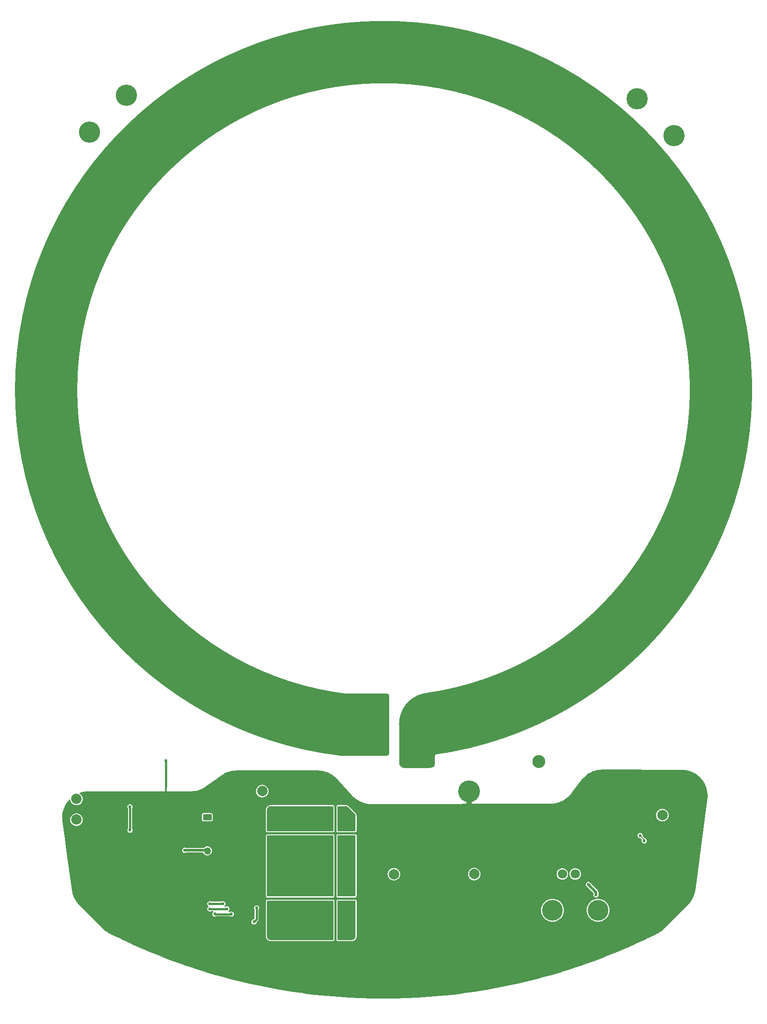
<source format=gbr>
%TF.GenerationSoftware,KiCad,Pcbnew,8.0.7*%
%TF.CreationDate,2025-01-02T06:30:12+11:00*%
%TF.ProjectId,plasma toroid unified,706c6173-6d61-4207-946f-726f69642075,v1.02*%
%TF.SameCoordinates,Original*%
%TF.FileFunction,Copper,L2,Bot*%
%TF.FilePolarity,Positive*%
%FSLAX46Y46*%
G04 Gerber Fmt 4.6, Leading zero omitted, Abs format (unit mm)*
G04 Created by KiCad (PCBNEW 8.0.7) date 2025-01-02 06:30:12*
%MOMM*%
%LPD*%
G01*
G04 APERTURE LIST*
G04 Aperture macros list*
%AMRoundRect*
0 Rectangle with rounded corners*
0 $1 Rounding radius*
0 $2 $3 $4 $5 $6 $7 $8 $9 X,Y pos of 4 corners*
0 Add a 4 corners polygon primitive as box body*
4,1,4,$2,$3,$4,$5,$6,$7,$8,$9,$2,$3,0*
0 Add four circle primitives for the rounded corners*
1,1,$1+$1,$2,$3*
1,1,$1+$1,$4,$5*
1,1,$1+$1,$6,$7*
1,1,$1+$1,$8,$9*
0 Add four rect primitives between the rounded corners*
20,1,$1+$1,$2,$3,$4,$5,0*
20,1,$1+$1,$4,$5,$6,$7,0*
20,1,$1+$1,$6,$7,$8,$9,0*
20,1,$1+$1,$8,$9,$2,$3,0*%
G04 Aperture macros list end*
%TA.AperFunction,EtchedComponent*%
%ADD10C,0.381000*%
%TD*%
%TA.AperFunction,EtchedComponent*%
%ADD11C,1.000000*%
%TD*%
%TA.AperFunction,EtchedComponent*%
%ADD12C,12.000000*%
%TD*%
%TA.AperFunction,ComponentPad*%
%ADD13C,0.700000*%
%TD*%
%TA.AperFunction,ComponentPad*%
%ADD14C,4.100000*%
%TD*%
%TA.AperFunction,ComponentPad*%
%ADD15C,2.000000*%
%TD*%
%TA.AperFunction,ComponentPad*%
%ADD16R,1.000000X1.000000*%
%TD*%
%TA.AperFunction,ComponentPad*%
%ADD17C,0.600000*%
%TD*%
%TA.AperFunction,SMDPad,CuDef*%
%ADD18RoundRect,0.095250X0.095250X-0.604750X0.095250X0.604750X-0.095250X0.604750X-0.095250X-0.604750X0*%
%TD*%
%TA.AperFunction,ComponentPad*%
%ADD19C,2.500000*%
%TD*%
%TA.AperFunction,WasherPad*%
%ADD20C,4.000000*%
%TD*%
%TA.AperFunction,ComponentPad*%
%ADD21C,1.800000*%
%TD*%
%TA.AperFunction,ComponentPad*%
%ADD22R,1.350000X1.350000*%
%TD*%
%TA.AperFunction,ComponentPad*%
%ADD23O,1.350000X1.350000*%
%TD*%
%TA.AperFunction,ComponentPad*%
%ADD24RoundRect,0.250000X-0.625000X0.350000X-0.625000X-0.350000X0.625000X-0.350000X0.625000X0.350000X0*%
%TD*%
%TA.AperFunction,ComponentPad*%
%ADD25O,1.750000X1.200000*%
%TD*%
%TA.AperFunction,ComponentPad*%
%ADD26C,0.800000*%
%TD*%
%TA.AperFunction,SMDPad,CuDef*%
%ADD27RoundRect,0.500000X2.975000X2.750000X-2.975000X2.750000X-2.975000X-2.750000X2.975000X-2.750000X0*%
%TD*%
%TA.AperFunction,HeatsinkPad*%
%ADD28C,4.200000*%
%TD*%
%TA.AperFunction,ViaPad*%
%ADD29C,0.600000*%
%TD*%
%TA.AperFunction,ViaPad*%
%ADD30C,0.800000*%
%TD*%
%TA.AperFunction,Conductor*%
%ADD31C,0.381000*%
%TD*%
%TA.AperFunction,Conductor*%
%ADD32C,1.000000*%
%TD*%
%TA.AperFunction,Conductor*%
%ADD33C,0.508000*%
%TD*%
%TA.AperFunction,Conductor*%
%ADD34C,0.203200*%
%TD*%
G04 APERTURE END LIST*
D10*
%TO.C,L3*%
X157997710Y-191610654D02*
X157997710Y-196647654D01*
%TO.C,L2*%
D11*
X200623110Y-179170654D02*
X192397710Y-179170654D01*
X192397710Y-190170654D01*
X200623110Y-190170654D01*
X200623110Y-179170654D01*
%TA.AperFunction,EtchedComponent*%
G36*
X200623110Y-179170654D02*
G01*
X192397710Y-179170654D01*
X192397710Y-190170654D01*
X200623110Y-190170654D01*
X200623110Y-179170654D01*
G37*
%TD.AperFunction*%
D12*
X192232392Y-184681564D02*
G75*
G02*
X208997710Y-184520654I7763028J64640256D01*
G01*
%TD*%
D13*
%TO.P,H5,1,1*%
%TO.N,unconnected-(H5-Pad1)_3*%
X247317710Y-63980654D03*
%TO.N,unconnected-(H5-Pad1)_2*%
X247800984Y-62813928D03*
%TO.N,unconnected-(H5-Pad1)_8*%
X247800984Y-65147380D03*
%TO.N,unconnected-(H5-Pad1)_6*%
X248967710Y-62330654D03*
D14*
%TO.N,unconnected-(H5-Pad1)*%
X248967710Y-63980654D03*
D13*
%TO.N,unconnected-(H5-Pad1)_1*%
X248967710Y-65630654D03*
%TO.N,unconnected-(H5-Pad1)_4*%
X250134436Y-62813928D03*
%TO.N,unconnected-(H5-Pad1)_7*%
X250134436Y-65147380D03*
%TO.N,unconnected-(H5-Pad1)_5*%
X250617710Y-63980654D03*
%TD*%
D15*
%TO.P,TP6,1,1*%
%TO.N,/drain*%
X176600000Y-197500000D03*
%TD*%
%TO.P,TP5,1,1*%
%TO.N,Net-(D6-A)*%
X140750000Y-199000000D03*
%TD*%
D13*
%TO.P,H9,1,1*%
%TO.N,GND*%
X175347710Y-230520654D03*
X175830984Y-229353928D03*
X175830984Y-231687380D03*
X176997710Y-228870654D03*
D14*
X176997710Y-230520654D03*
D13*
X176997710Y-232170654D03*
X178164436Y-229353928D03*
X178164436Y-231687380D03*
X178647710Y-230520654D03*
%TD*%
D16*
%TO.P,TPg5,1,1*%
%TO.N,GND*%
X253797710Y-197620654D03*
%TD*%
D17*
%TO.P,L3,*%
%TO.N,*%
X157997710Y-191610654D03*
D18*
%TO.P,L3,1*%
%TO.N,GND*%
X157997710Y-197220654D03*
%TD*%
D15*
%TO.P,TP7,1,1*%
%TO.N,Net-(Q1-G)*%
X201997710Y-213520654D03*
%TD*%
D19*
%TO.P,TPg6,1,1*%
%TO.N,GND*%
X259250000Y-207020654D03*
%TD*%
D15*
%TO.P,TP2,1,1*%
%TO.N,+VDC*%
X140750000Y-203000000D03*
%TD*%
D13*
%TO.P,H10,1,1*%
%TO.N,GND*%
X221347710Y-230520654D03*
X221830984Y-229353928D03*
X221830984Y-231687380D03*
X222997710Y-228870654D03*
D14*
X222997710Y-230520654D03*
D13*
X222997710Y-232170654D03*
X224164436Y-229353928D03*
X224164436Y-231687380D03*
X224647710Y-230520654D03*
%TD*%
D16*
%TO.P,TPg3,1,1*%
%TO.N,GND*%
X217500000Y-209000000D03*
%TD*%
D15*
%TO.P,TP4,1,1*%
%TO.N,Net-(C13-Pad1)*%
X217500000Y-213500000D03*
%TD*%
D13*
%TO.P,H7,1,1*%
%TO.N,unconnected-(H7-Pad1)*%
X148687710Y-63280654D03*
%TO.N,unconnected-(H7-Pad1)_7*%
X149170984Y-62113928D03*
%TO.N,unconnected-(H7-Pad1)_6*%
X149170984Y-64447380D03*
%TO.N,unconnected-(H7-Pad1)_4*%
X150337710Y-61630654D03*
D14*
%TO.N,unconnected-(H7-Pad1)_3*%
X150337710Y-63280654D03*
D13*
%TO.N,unconnected-(H7-Pad1)_2*%
X150337710Y-64930654D03*
%TO.N,unconnected-(H7-Pad1)_8*%
X151504436Y-62113928D03*
%TO.N,unconnected-(H7-Pad1)_1*%
X151504436Y-64447380D03*
%TO.N,unconnected-(H7-Pad1)_5*%
X151987710Y-63280654D03*
%TD*%
%TO.P,H4,1,1*%
%TO.N,GND*%
X247327710Y-220710654D03*
X247810984Y-219543928D03*
X247810984Y-221877380D03*
X248977710Y-219060654D03*
D14*
X248977710Y-220710654D03*
D13*
X248977710Y-222360654D03*
X250144436Y-219543928D03*
X250144436Y-221877380D03*
X250627710Y-220710654D03*
%TD*%
D20*
%TO.P,RV1,*%
%TO.N,*%
X241397710Y-220470654D03*
X232597710Y-220470654D03*
D21*
%TO.P,RV1,1,1*%
%TO.N,Net-(D5-K)*%
X234497710Y-213470654D03*
%TO.P,RV1,2,2*%
%TO.N,Net-(C13-Pad1)*%
X236997710Y-213470654D03*
%TO.P,RV1,3,3*%
%TO.N,GND*%
X239497710Y-213470654D03*
%TD*%
D16*
%TO.P,TPg4,1,1*%
%TO.N,GND*%
X144750000Y-199000000D03*
%TD*%
D15*
%TO.P,TP1,1,1*%
%TO.N,GND*%
X140750000Y-207000000D03*
%TD*%
D13*
%TO.P,H3,1,1*%
%TO.N,GND*%
X254397710Y-213650654D03*
X254880984Y-212483928D03*
X254880984Y-214817380D03*
X256047710Y-212000654D03*
D14*
X256047710Y-213650654D03*
D13*
X256047710Y-215300654D03*
X257214436Y-212483928D03*
X257214436Y-214817380D03*
X257697710Y-213650654D03*
%TD*%
D16*
%TO.P,TPg1,1,1*%
%TO.N,GND*%
X172600000Y-197500000D03*
%TD*%
D13*
%TO.P,H1,1,1*%
%TO.N,GND*%
X142317710Y-213640654D03*
X142800984Y-212473928D03*
X142800984Y-214807380D03*
X143967710Y-211990654D03*
D14*
X143967710Y-213640654D03*
D13*
X143967710Y-215290654D03*
X145134436Y-212473928D03*
X145134436Y-214807380D03*
X145617710Y-213640654D03*
%TD*%
%TO.P,H8,1,1*%
%TO.N,unconnected-(H8-Pad1)_6*%
X141607710Y-70350654D03*
%TO.N,unconnected-(H8-Pad1)_3*%
X142090984Y-69183928D03*
%TO.N,unconnected-(H8-Pad1)*%
X142090984Y-71517380D03*
%TO.N,unconnected-(H8-Pad1)_8*%
X143257710Y-68700654D03*
D14*
%TO.N,unconnected-(H8-Pad1)_5*%
X143257710Y-70350654D03*
D13*
%TO.N,unconnected-(H8-Pad1)_4*%
X143257710Y-72000654D03*
%TO.N,unconnected-(H8-Pad1)_2*%
X144424436Y-69183928D03*
%TO.N,unconnected-(H8-Pad1)_7*%
X144424436Y-71517380D03*
%TO.N,unconnected-(H8-Pad1)_1*%
X144907710Y-70350654D03*
%TD*%
D15*
%TO.P,TP3,1,1*%
%TO.N,/470V*%
X253797710Y-202120654D03*
%TD*%
D13*
%TO.P,H6,1,1*%
%TO.N,unconnected-(H6-Pad1)_8*%
X254387710Y-71050654D03*
%TO.N,unconnected-(H6-Pad1)*%
X254870984Y-69883928D03*
%TO.N,unconnected-(H6-Pad1)_3*%
X254870984Y-72217380D03*
%TO.N,unconnected-(H6-Pad1)_4*%
X256037710Y-69400654D03*
D14*
%TO.N,unconnected-(H6-Pad1)_1*%
X256037710Y-71050654D03*
D13*
%TO.N,unconnected-(H6-Pad1)_7*%
X256037710Y-72700654D03*
%TO.N,unconnected-(H6-Pad1)_6*%
X257204436Y-69883928D03*
%TO.N,unconnected-(H6-Pad1)_2*%
X257204436Y-72217380D03*
%TO.N,unconnected-(H6-Pad1)_5*%
X257687710Y-71050654D03*
%TD*%
D16*
%TO.P,TPg2,1,1*%
%TO.N,GND*%
X197497710Y-213520654D03*
%TD*%
D13*
%TO.P,H2,1,1*%
%TO.N,GND*%
X149387710Y-220710654D03*
X149870984Y-219543928D03*
X149870984Y-221877380D03*
X151037710Y-219060654D03*
D14*
X151037710Y-220710654D03*
D13*
X151037710Y-222360654D03*
X152204436Y-219543928D03*
X152204436Y-221877380D03*
X152687710Y-220710654D03*
%TD*%
D22*
%TO.P,J2,1,Pin_1*%
%TO.N,GND*%
X165997710Y-211020654D03*
D23*
%TO.P,J2,2,Pin_2*%
%TO.N,+12V*%
X165997710Y-209020654D03*
%TD*%
D24*
%TO.P,J1,1,Pin_1*%
%TO.N,+VDC*%
X165997710Y-202520654D03*
D25*
%TO.P,J1,2,Pin_2*%
%TO.N,GND*%
X165997710Y-204520654D03*
%TD*%
D19*
%TO.P,J3,1,Pin_1*%
%TO.N,/striker*%
X229997710Y-191820654D03*
%TD*%
D26*
%TO.P,L2,0*%
%TO.N,unconnected-(L2-Pad0)_6*%
X200597710Y-188945654D03*
%TO.N,unconnected-(L2-Pad0)*%
X200597710Y-187945654D03*
%TO.N,unconnected-(L2-Pad0)_7*%
X200597710Y-186945654D03*
%TO.N,unconnected-(L2-Pad0)_3*%
X200597710Y-185820654D03*
%TO.N,unconnected-(L2-Pad0)_2*%
X200597710Y-184820654D03*
%TO.N,unconnected-(L2-Pad0)_5*%
X200597710Y-183820654D03*
%TO.N,unconnected-(L2-Pad0)_1*%
X200597710Y-182820654D03*
%TO.N,unconnected-(L2-Pad0)_9*%
X200597710Y-181820654D03*
%TO.N,unconnected-(L2-Pad0)_4*%
X200597710Y-180820654D03*
%TO.N,unconnected-(L2-Pad0)_8*%
X200597710Y-179820654D03*
D27*
%TO.P,L2,1,1*%
%TO.N,Net-(Cp1-Pad1)*%
X206472710Y-187770654D03*
%TD*%
D28*
%TO.P,HS1,1*%
%TO.N,GND*%
X183495415Y-197541312D03*
X183495415Y-230541312D03*
X216495415Y-197541312D03*
X216495415Y-230541312D03*
%TD*%
D29*
%TO.N,GND*%
X169525000Y-217000000D03*
X250750000Y-212020654D03*
X197700000Y-205320654D03*
X195700000Y-218341308D03*
X160397710Y-207041312D03*
X160897710Y-215370654D03*
X160897710Y-216720654D03*
X249497710Y-199120654D03*
X196700000Y-218341308D03*
X174595415Y-220941312D03*
X225798207Y-208020654D03*
X158647710Y-216020654D03*
X156897710Y-203141312D03*
X156897710Y-207220654D03*
X217300005Y-225020654D03*
X250495429Y-208054984D03*
X162147710Y-216020654D03*
X253097710Y-206820654D03*
X197700000Y-218341308D03*
X243995415Y-204741312D03*
X198700000Y-205320654D03*
X199600000Y-205320654D03*
X159897710Y-216020654D03*
X163147710Y-216020654D03*
X227197213Y-208020654D03*
X199600000Y-218341308D03*
X248897710Y-199120654D03*
X160397710Y-211041312D03*
X245497710Y-214020654D03*
X160397710Y-203041312D03*
X217500000Y-204141312D03*
X165893130Y-215516308D03*
X174970810Y-217037019D03*
X198700000Y-218341308D03*
X172500000Y-215020654D03*
X208997710Y-205920654D03*
X160895420Y-216041308D03*
X226497710Y-208020654D03*
X196700000Y-205320654D03*
X174997710Y-215020654D03*
X245397710Y-209220654D03*
X177022710Y-220020654D03*
X212974512Y-221900000D03*
X250097710Y-199120654D03*
X212987986Y-214087986D03*
X195700000Y-205320654D03*
%TO.N,+12V*%
X161603310Y-208895654D03*
X166497710Y-219220654D03*
X168997710Y-219220654D03*
%TO.N,/charge*%
X241000000Y-217500000D03*
X239500000Y-215500000D03*
X250312151Y-207088937D03*
X249497710Y-206067154D03*
%TO.N,/drain*%
X191397710Y-223800000D03*
X180197710Y-202100000D03*
X182997710Y-213300000D03*
X189297710Y-220300000D03*
X189997710Y-202100000D03*
X185797710Y-216800000D03*
X189297710Y-219600000D03*
X186497710Y-210500000D03*
X192797710Y-201400000D03*
X179497710Y-216800000D03*
X182297710Y-213300000D03*
X191397710Y-211900000D03*
X182997710Y-216100000D03*
X181597710Y-204200000D03*
X179497710Y-224500000D03*
X186497710Y-212600000D03*
X180197710Y-202800000D03*
X185097710Y-211900000D03*
X189997710Y-204900000D03*
X178797710Y-214000000D03*
X193497710Y-214000000D03*
X194197710Y-218900000D03*
X180197710Y-213300000D03*
X185097710Y-214700000D03*
X185797710Y-217500000D03*
X187897710Y-209100000D03*
X187197710Y-207000000D03*
X191397710Y-206300000D03*
X187897710Y-208400000D03*
X179497710Y-215400000D03*
X193497710Y-202100000D03*
X181597710Y-204900000D03*
X188597710Y-216100000D03*
X187197710Y-221000000D03*
X192097710Y-203500000D03*
X192097710Y-225200000D03*
X184397710Y-210500000D03*
X180197710Y-223800000D03*
X180197710Y-211900000D03*
X180897710Y-216100000D03*
X178797710Y-223100000D03*
X178097710Y-204900000D03*
X178797710Y-210500000D03*
X185797710Y-204200000D03*
X178097710Y-214700000D03*
X178797710Y-203500000D03*
X191397710Y-208400000D03*
X191397710Y-225200000D03*
X186497710Y-216100000D03*
X192797710Y-206300000D03*
X178097710Y-210500000D03*
X188597710Y-221700000D03*
X187197710Y-201400000D03*
X183697710Y-215400000D03*
X192797710Y-210500000D03*
X191397710Y-204200000D03*
X178797710Y-202800000D03*
X180197710Y-214000000D03*
X185797710Y-218900000D03*
X185797710Y-200700000D03*
X183697710Y-216100000D03*
X189297710Y-225200000D03*
X193497710Y-203500000D03*
X194197710Y-225200000D03*
X189997710Y-202800000D03*
X182997710Y-214000000D03*
X182297710Y-222400000D03*
X185797710Y-202800000D03*
X180197710Y-225900000D03*
X189297710Y-217500000D03*
X191397710Y-207000000D03*
X191397710Y-221700000D03*
X189997710Y-208400000D03*
X182297710Y-201400000D03*
X186497710Y-207000000D03*
X182297710Y-225900000D03*
X192097710Y-213300000D03*
X185097710Y-211200000D03*
X186497710Y-200700000D03*
X194197710Y-211200000D03*
X193497710Y-216800000D03*
X182997710Y-223800000D03*
X194197710Y-221000000D03*
X180197710Y-216100000D03*
X184397710Y-204200000D03*
X185797710Y-204900000D03*
X194197710Y-213300000D03*
X189997710Y-207000000D03*
X182297710Y-220300000D03*
X185097710Y-217500000D03*
X180197710Y-206300000D03*
X189297710Y-215400000D03*
X178797710Y-209100000D03*
X184397710Y-203500000D03*
X182297710Y-219600000D03*
X181597710Y-206300000D03*
X186497710Y-202100000D03*
X184397710Y-206300000D03*
X191397710Y-221000000D03*
X188597710Y-214700000D03*
X189997710Y-206300000D03*
X182297710Y-215400000D03*
X180897710Y-216800000D03*
X188597710Y-209100000D03*
X187897710Y-204200000D03*
X184397710Y-202800000D03*
X184397710Y-220300000D03*
X178797710Y-225200000D03*
X180897710Y-202800000D03*
X192097710Y-225900000D03*
X193497710Y-207000000D03*
X182297710Y-209100000D03*
X180897710Y-204900000D03*
X182997710Y-223100000D03*
X185797710Y-214000000D03*
X185797710Y-219600000D03*
X187197710Y-224500000D03*
X180897710Y-223100000D03*
X187897710Y-202100000D03*
X183697710Y-202800000D03*
X182297710Y-209800000D03*
X182297710Y-207000000D03*
X182297710Y-223100000D03*
X184397710Y-202100000D03*
X180197710Y-209100000D03*
X186497710Y-219600000D03*
X187897710Y-204900000D03*
X188597710Y-220300000D03*
X182297710Y-216800000D03*
X185797710Y-223800000D03*
X178797710Y-211200000D03*
X180897710Y-214000000D03*
X186497710Y-206300000D03*
X187197710Y-208400000D03*
X189997710Y-223100000D03*
X181597710Y-211900000D03*
X187897710Y-223100000D03*
X182997710Y-221700000D03*
X179497710Y-200700000D03*
X178097710Y-209800000D03*
X182997710Y-202100000D03*
X192797710Y-211900000D03*
X192797710Y-209800000D03*
X180197710Y-212600000D03*
X194197710Y-214700000D03*
X185097710Y-202100000D03*
X188597710Y-214000000D03*
X189297710Y-216800000D03*
X192797710Y-215400000D03*
X187897710Y-224500000D03*
X188597710Y-202800000D03*
X179497710Y-223800000D03*
X188597710Y-208400000D03*
X189297710Y-211900000D03*
X179497710Y-206300000D03*
X189297710Y-212600000D03*
X178797710Y-208400000D03*
X187197710Y-221700000D03*
X192797710Y-224500000D03*
X185797710Y-215400000D03*
X189297710Y-213300000D03*
X185797710Y-211200000D03*
X180197710Y-217500000D03*
X187197710Y-215400000D03*
X189997710Y-218900000D03*
X183697710Y-213300000D03*
X186497710Y-225900000D03*
X193497710Y-223800000D03*
X180897710Y-201400000D03*
X194197710Y-219600000D03*
X191397710Y-224500000D03*
X178097710Y-203500000D03*
X189297710Y-207000000D03*
X178097710Y-215400000D03*
X178797710Y-213300000D03*
X193497710Y-218900000D03*
X185097710Y-206300000D03*
X186497710Y-216800000D03*
X183697710Y-218900000D03*
X194197710Y-209100000D03*
X189297710Y-218900000D03*
X184397710Y-221000000D03*
X187197710Y-223800000D03*
X192797710Y-225200000D03*
X186497710Y-221700000D03*
X179497710Y-201400000D03*
X182297710Y-202800000D03*
X193497710Y-217500000D03*
X185797710Y-225900000D03*
X187197710Y-218900000D03*
X192097710Y-220300000D03*
X186497710Y-214700000D03*
X179497710Y-204200000D03*
X194197710Y-208400000D03*
X179497710Y-225900000D03*
X192097710Y-202100000D03*
X191397710Y-218900000D03*
X194197710Y-216800000D03*
X194197710Y-215400000D03*
X183697710Y-214000000D03*
X182297710Y-207700000D03*
X182297710Y-211900000D03*
X192797710Y-202100000D03*
X180897710Y-212600000D03*
X189997710Y-225900000D03*
X189297710Y-224500000D03*
X182997710Y-217500000D03*
X182997710Y-224500000D03*
X179497710Y-211900000D03*
X182297710Y-225200000D03*
X192797710Y-200700000D03*
X189997710Y-213300000D03*
X189997710Y-220300000D03*
X193497710Y-204200000D03*
X193497710Y-211900000D03*
X182297710Y-204200000D03*
X187897710Y-201400000D03*
X178797710Y-204200000D03*
X183697710Y-212600000D03*
X184397710Y-212600000D03*
X183697710Y-204200000D03*
X178097710Y-225900000D03*
X194197710Y-202800000D03*
X182297710Y-217500000D03*
X188597710Y-204200000D03*
X178797710Y-202100000D03*
X189297710Y-208400000D03*
X185797710Y-208400000D03*
X193497710Y-211200000D03*
X184397710Y-218900000D03*
X185097710Y-221700000D03*
X183697710Y-221700000D03*
X189997710Y-210500000D03*
X189997710Y-222400000D03*
X187897710Y-214000000D03*
X193497710Y-220300000D03*
X186497710Y-204200000D03*
X180197710Y-224500000D03*
X178797710Y-224500000D03*
X191397710Y-216800000D03*
X178097710Y-216800000D03*
X185097710Y-204900000D03*
X181597710Y-202800000D03*
X183697710Y-219600000D03*
X187897710Y-225900000D03*
X185797710Y-209100000D03*
X184397710Y-225200000D03*
X180197710Y-225200000D03*
X183697710Y-223800000D03*
X185097710Y-225900000D03*
X194197710Y-209800000D03*
X183697710Y-209800000D03*
X184397710Y-217500000D03*
X183697710Y-225200000D03*
X183697710Y-206300000D03*
X193497710Y-221700000D03*
X194197710Y-204900000D03*
X184397710Y-207000000D03*
X179497710Y-222420654D03*
X186497710Y-213300000D03*
X188597710Y-210500000D03*
X189297710Y-223100000D03*
X191397710Y-215400000D03*
X180197710Y-207700000D03*
X188597710Y-217500000D03*
X188597710Y-207700000D03*
X183697710Y-224500000D03*
X182997710Y-218900000D03*
X179497710Y-214700000D03*
X187897710Y-217500000D03*
X182997710Y-221000000D03*
X179497710Y-223100000D03*
X181597710Y-207700000D03*
X179497710Y-210500000D03*
X182997710Y-208400000D03*
X194197710Y-222400000D03*
X178797710Y-201400000D03*
X186497710Y-225200000D03*
X178097710Y-214000000D03*
X194197710Y-206300000D03*
X192097710Y-219600000D03*
X189297710Y-207700000D03*
X187897710Y-211200000D03*
X189297710Y-211200000D03*
X185097710Y-223800000D03*
X193497710Y-221000000D03*
X178097710Y-206300000D03*
X183697710Y-202100000D03*
X185097710Y-223100000D03*
X185797710Y-203500000D03*
X186497710Y-217500000D03*
X192097710Y-223100000D03*
X187897710Y-207000000D03*
X182997710Y-219600000D03*
X187897710Y-207700000D03*
X185797710Y-223100000D03*
X180197710Y-208400000D03*
X180897710Y-224500000D03*
X192797710Y-218900000D03*
X183697710Y-216800000D03*
X178097710Y-202100000D03*
X184397710Y-224500000D03*
X186497710Y-203500000D03*
X182297710Y-208400000D03*
X189997710Y-200700000D03*
X179497710Y-207700000D03*
X181597710Y-214000000D03*
X187197710Y-214000000D03*
X187897710Y-219600000D03*
X181597710Y-224500000D03*
X189297710Y-209100000D03*
X181597710Y-210500000D03*
X187197710Y-206300000D03*
X180897710Y-200700000D03*
X189997710Y-224500000D03*
X188597710Y-221000000D03*
X187197710Y-209800000D03*
X180897710Y-210500000D03*
X189297710Y-200700000D03*
X193497710Y-216100000D03*
X187197710Y-200700000D03*
X189997710Y-225200000D03*
X183697710Y-225900000D03*
X181597710Y-217500000D03*
X184397710Y-222400000D03*
X182997710Y-202800000D03*
X193497710Y-204900000D03*
X185797710Y-207000000D03*
X192097710Y-202800000D03*
X178797710Y-217500000D03*
X192097710Y-211900000D03*
X192797710Y-202800000D03*
X180197710Y-204900000D03*
X191397710Y-219600000D03*
X186497710Y-209800000D03*
X188597710Y-223100000D03*
X182997710Y-209100000D03*
X178097710Y-211900000D03*
X185097710Y-204200000D03*
X192797710Y-203500000D03*
X189297710Y-214000000D03*
X187897710Y-209800000D03*
X192797710Y-209100000D03*
X178097710Y-212600000D03*
X192097710Y-200700000D03*
X189997710Y-221000000D03*
X187897710Y-218900000D03*
X182997710Y-211900000D03*
X183697710Y-207000000D03*
X182297710Y-210500000D03*
X183697710Y-208400000D03*
X191397710Y-225900000D03*
X186497710Y-215400000D03*
X187197710Y-209100000D03*
X188597710Y-206300000D03*
X180197710Y-207000000D03*
X189297710Y-214700000D03*
X184397710Y-216800000D03*
X182297710Y-211200000D03*
X188597710Y-225900000D03*
X194197710Y-202100000D03*
X182297710Y-203500000D03*
X183697710Y-210500000D03*
X189997710Y-204200000D03*
X186497710Y-218900000D03*
X180897710Y-209800000D03*
X185797710Y-201400000D03*
X192797710Y-216100000D03*
X192097710Y-209100000D03*
X193497710Y-209800000D03*
X191397710Y-210500000D03*
X191397710Y-217500000D03*
X185097710Y-213300000D03*
X182997710Y-209800000D03*
X193497710Y-215400000D03*
X191397710Y-214000000D03*
X193497710Y-207700000D03*
X179497710Y-212600000D03*
X188597710Y-212600000D03*
X179497710Y-214000000D03*
X193497710Y-210500000D03*
X191397710Y-204900000D03*
X189997710Y-219600000D03*
X178797710Y-214700000D03*
X191397710Y-216100000D03*
X185097710Y-215400000D03*
X192797710Y-212600000D03*
X187197710Y-203500000D03*
X182997710Y-225900000D03*
X178097710Y-202800000D03*
X182997710Y-212600000D03*
X189297710Y-203500000D03*
X183697710Y-207700000D03*
X187897710Y-200700000D03*
X182997710Y-204900000D03*
X189997710Y-221700000D03*
X182997710Y-207000000D03*
X180897710Y-207700000D03*
X192097710Y-222400000D03*
X185097710Y-202800000D03*
X184397710Y-214700000D03*
X189997710Y-214000000D03*
X184397710Y-216100000D03*
X178797710Y-200700000D03*
X192097710Y-207700000D03*
X185097710Y-212600000D03*
X183697710Y-221000000D03*
X185797710Y-209800000D03*
X193497710Y-223100000D03*
X179497710Y-204900000D03*
X192797710Y-204900000D03*
X181597710Y-222400000D03*
X184397710Y-215400000D03*
X183697710Y-203500000D03*
X185797710Y-221700000D03*
X188597710Y-213300000D03*
X178097710Y-200700000D03*
X194197710Y-217500000D03*
X182997710Y-216800000D03*
X192097710Y-214700000D03*
X186497710Y-220300000D03*
X189997710Y-216800000D03*
X178097710Y-211200000D03*
X181597710Y-202100000D03*
X182297710Y-214700000D03*
X183697710Y-222400000D03*
X187897710Y-213300000D03*
X184397710Y-211200000D03*
X185097710Y-218900000D03*
X182297710Y-212600000D03*
X191397710Y-200700000D03*
X178097710Y-223800000D03*
X185797710Y-221000000D03*
X189297710Y-202800000D03*
X192097710Y-204900000D03*
X189297710Y-204200000D03*
X181597710Y-212600000D03*
X187897710Y-222400000D03*
X187197710Y-219600000D03*
X193497710Y-224500000D03*
X192797710Y-223800000D03*
X189297710Y-210500000D03*
X178097710Y-204200000D03*
X191397710Y-203500000D03*
X193497710Y-222400000D03*
X183697710Y-220300000D03*
X178097710Y-213300000D03*
X180197710Y-211200000D03*
X185097710Y-208400000D03*
X184397710Y-204900000D03*
X186497710Y-201400000D03*
X192097710Y-217500000D03*
X187897710Y-220300000D03*
X181597710Y-223100000D03*
X178797710Y-209800000D03*
X189997710Y-214700000D03*
X184397710Y-221700000D03*
X194197710Y-207000000D03*
X181597710Y-225200000D03*
X192097710Y-221000000D03*
X192097710Y-211200000D03*
X180897710Y-203500000D03*
X187897710Y-210500000D03*
X187197710Y-211900000D03*
X185097710Y-216800000D03*
X180197710Y-204200000D03*
X183697710Y-200700000D03*
X186497710Y-207700000D03*
X193497710Y-214700000D03*
X187897710Y-202800000D03*
X192797710Y-222400000D03*
X187197710Y-216100000D03*
X179497710Y-209800000D03*
X180897710Y-223800000D03*
X188597710Y-215400000D03*
X178097710Y-224500000D03*
X192097710Y-215400000D03*
X179497710Y-217500000D03*
X189297710Y-216100000D03*
X188597710Y-201400000D03*
X178797710Y-225900000D03*
X192097710Y-201400000D03*
X193497710Y-213300000D03*
X184397710Y-209100000D03*
X185097710Y-200700000D03*
X191397710Y-201400000D03*
X184397710Y-213300000D03*
X181597710Y-209800000D03*
X181597710Y-209100000D03*
X192797710Y-207700000D03*
X192097710Y-216800000D03*
X184397710Y-223800000D03*
X194197710Y-210500000D03*
X185097710Y-207000000D03*
X187897710Y-223800000D03*
X187897710Y-221000000D03*
X185797710Y-211900000D03*
X178097710Y-225200000D03*
X187197710Y-211200000D03*
X182997710Y-206300000D03*
X189997710Y-207700000D03*
X180897710Y-206300000D03*
X187197710Y-223100000D03*
X192797710Y-214000000D03*
X191397710Y-220300000D03*
X192097710Y-214000000D03*
X194197710Y-207700000D03*
X188597710Y-223800000D03*
X182297710Y-221700000D03*
X188597710Y-211900000D03*
X185097710Y-222400000D03*
X187197710Y-217500000D03*
X182997710Y-220300000D03*
X185097710Y-225200000D03*
X181597710Y-203500000D03*
X185097710Y-209100000D03*
X189297710Y-225900000D03*
X178797710Y-207700000D03*
X187197710Y-225200000D03*
X191397710Y-212600000D03*
X193497710Y-212600000D03*
X185097710Y-207700000D03*
X183697710Y-209100000D03*
X182997710Y-204200000D03*
X180897710Y-213300000D03*
X184397710Y-211900000D03*
X178097710Y-223100000D03*
X194197710Y-223800000D03*
X191397710Y-213300000D03*
X192097710Y-209800000D03*
X181597710Y-213300000D03*
X181597710Y-201400000D03*
X180197710Y-214700000D03*
X189997710Y-211900000D03*
X181597710Y-200700000D03*
X186497710Y-224500000D03*
X188597710Y-203500000D03*
X184397710Y-225900000D03*
X178097710Y-207700000D03*
X191397710Y-209100000D03*
X188597710Y-200700000D03*
X186497710Y-208400000D03*
X187897710Y-214700000D03*
X181597710Y-223800000D03*
X188597710Y-219600000D03*
X182997710Y-200700000D03*
X179497710Y-216100000D03*
X186497710Y-223800000D03*
X187897710Y-225200000D03*
X182297710Y-218900000D03*
X185797710Y-212600000D03*
X187897710Y-221700000D03*
X194197710Y-211900000D03*
X192097710Y-221700000D03*
X194197710Y-203500000D03*
X183697710Y-204900000D03*
X187897710Y-212600000D03*
X187197710Y-210500000D03*
X180897710Y-207000000D03*
X179497710Y-208400000D03*
X182297710Y-204900000D03*
X182297710Y-206300000D03*
X187197710Y-216800000D03*
X185097710Y-216100000D03*
X186497710Y-211200000D03*
X193497710Y-219600000D03*
X183697710Y-223100000D03*
X186497710Y-221000000D03*
X193497710Y-208400000D03*
X188597710Y-224500000D03*
X186497710Y-222400000D03*
X178797710Y-207000000D03*
X178097710Y-208400000D03*
X180897710Y-208400000D03*
X179497710Y-202100000D03*
X194197710Y-221700000D03*
X178797710Y-216100000D03*
X180897710Y-211200000D03*
X192097710Y-207000000D03*
X181597710Y-208400000D03*
X188597710Y-211200000D03*
X188597710Y-222400000D03*
X192797710Y-211200000D03*
X192097710Y-216100000D03*
X180897710Y-217500000D03*
X180897710Y-211900000D03*
X181597710Y-216100000D03*
X183697710Y-214700000D03*
X188597710Y-218900000D03*
X187197710Y-212600000D03*
X192797710Y-221000000D03*
X189297710Y-222400000D03*
X185797710Y-220300000D03*
X184397710Y-208400000D03*
X191397710Y-223100000D03*
X182997710Y-210500000D03*
X178097710Y-209100000D03*
X180197710Y-216800000D03*
X182297710Y-216100000D03*
X189297710Y-221700000D03*
X192097710Y-206300000D03*
X187197710Y-225900000D03*
X189297710Y-223800000D03*
X187197710Y-222400000D03*
X182297710Y-214000000D03*
X183697710Y-211900000D03*
X189297710Y-201400000D03*
X191397710Y-209800000D03*
X187197710Y-202800000D03*
X187197710Y-204900000D03*
X189997710Y-215400000D03*
X185797710Y-224500000D03*
X191397710Y-207700000D03*
X180897710Y-214700000D03*
X192797710Y-208400000D03*
X185797710Y-206300000D03*
X193497710Y-225900000D03*
X189297710Y-206300000D03*
X187897710Y-211900000D03*
X178097710Y-201400000D03*
X188597710Y-216800000D03*
X187197710Y-207700000D03*
X189997710Y-212600000D03*
X181597710Y-207000000D03*
X189297710Y-202100000D03*
X194197710Y-212600000D03*
X184397710Y-201400000D03*
X180897710Y-202100000D03*
X180197710Y-209800000D03*
X182297710Y-224500000D03*
X179497710Y-213300000D03*
X178797710Y-211900000D03*
X187197710Y-202100000D03*
X188597710Y-204900000D03*
X184397710Y-200700000D03*
X192797710Y-223100000D03*
X189997710Y-223800000D03*
X187197710Y-220300000D03*
X184397710Y-223100000D03*
X186497710Y-209100000D03*
X179497710Y-225200000D03*
X180197710Y-210500000D03*
X182997710Y-207700000D03*
X180197710Y-200700000D03*
X186497710Y-211900000D03*
X192797710Y-220300000D03*
X178797710Y-206300000D03*
X181597710Y-214700000D03*
X180197710Y-203500000D03*
X180897710Y-204200000D03*
X182297710Y-221000000D03*
X180197710Y-201400000D03*
X187897710Y-206300000D03*
X180897710Y-209100000D03*
X192797710Y-214700000D03*
X193497710Y-206300000D03*
X186497710Y-202800000D03*
X182297710Y-223800000D03*
X192797710Y-216800000D03*
X180897710Y-225200000D03*
X191397710Y-214700000D03*
X189297710Y-209800000D03*
X180897710Y-222400000D03*
X183697710Y-201400000D03*
X189997710Y-203500000D03*
X185097710Y-224500000D03*
X192097710Y-223800000D03*
X183697710Y-211200000D03*
X178097710Y-222420654D03*
X182997710Y-215400000D03*
X179497710Y-207000000D03*
X183697710Y-217500000D03*
X180193125Y-222391312D03*
X187197710Y-204200000D03*
X189997710Y-209100000D03*
X184397710Y-209800000D03*
X185797710Y-213300000D03*
X193497710Y-209100000D03*
X181597710Y-215400000D03*
X194197710Y-214000000D03*
X178097710Y-207000000D03*
X192797710Y-207000000D03*
X182297710Y-202100000D03*
X194197710Y-223100000D03*
X192097710Y-218900000D03*
X187897710Y-215400000D03*
X182997710Y-225200000D03*
X188597710Y-209800000D03*
X189297710Y-204900000D03*
X189997710Y-211200000D03*
X182297710Y-200700000D03*
X181597710Y-211200000D03*
X192097710Y-210500000D03*
X181597710Y-216800000D03*
X182997710Y-214700000D03*
X192797710Y-225900000D03*
X187897710Y-216800000D03*
X186497710Y-214000000D03*
X187897710Y-216100000D03*
X188597710Y-207000000D03*
X194197710Y-216100000D03*
X191397710Y-202800000D03*
X182997710Y-201400000D03*
X180197710Y-215400000D03*
X178797710Y-216800000D03*
X178797710Y-212600000D03*
X193497710Y-202800000D03*
X185797710Y-210500000D03*
X185797710Y-222400000D03*
X192797710Y-221700000D03*
X184397710Y-207700000D03*
X185097710Y-201400000D03*
X189997710Y-217500000D03*
X187197710Y-214700000D03*
X185097710Y-203500000D03*
X192097710Y-208400000D03*
X185097710Y-220300000D03*
X188597710Y-202100000D03*
X191397710Y-222400000D03*
X179497710Y-203500000D03*
X191397710Y-202100000D03*
X185097710Y-219600000D03*
X188597710Y-225200000D03*
X180897710Y-215400000D03*
X194197710Y-204200000D03*
X185797710Y-225200000D03*
X187897710Y-203500000D03*
X180197710Y-223100000D03*
X192797710Y-217500000D03*
X178797710Y-223800000D03*
X178797710Y-204900000D03*
X194197710Y-224500000D03*
X178097710Y-217500000D03*
X194197710Y-220300000D03*
X192097710Y-212600000D03*
X181597710Y-225900000D03*
X186497710Y-223100000D03*
X178797710Y-222420654D03*
X184397710Y-214000000D03*
X193497710Y-201400000D03*
X185797710Y-216100000D03*
X192097710Y-204200000D03*
X189997710Y-201400000D03*
X192797710Y-213300000D03*
X182997710Y-203500000D03*
X182997710Y-211200000D03*
X185797710Y-214700000D03*
X185097710Y-209800000D03*
X182997710Y-222400000D03*
X189297710Y-221000000D03*
X193497710Y-225200000D03*
X185097710Y-221000000D03*
X179497710Y-209100000D03*
X189997710Y-209800000D03*
X178097710Y-216100000D03*
X184397710Y-219600000D03*
X179497710Y-211200000D03*
X185797710Y-207700000D03*
X185097710Y-210500000D03*
X179497710Y-202800000D03*
X189997710Y-216100000D03*
X185797710Y-202100000D03*
X192797710Y-219600000D03*
X187197710Y-213300000D03*
X191397710Y-211200000D03*
X192797710Y-204200000D03*
X186497710Y-204900000D03*
X185097710Y-214000000D03*
X192097710Y-224500000D03*
X178797710Y-215400000D03*
X180897710Y-225900000D03*
D30*
%TO.N,Net-(Cp1-Pad1)*%
X208497710Y-192500000D03*
X203600000Y-192500000D03*
X204497710Y-192500000D03*
X207497710Y-192500000D03*
X206497710Y-192500000D03*
X205497710Y-192500000D03*
X209497710Y-192500000D03*
D29*
%TO.N,+5V*%
X174997710Y-222720654D03*
X175497710Y-220020654D03*
X170616019Y-221202345D03*
X167469763Y-221191001D03*
%TO.N,Net-(D6-A)*%
X151082295Y-200520654D03*
X151082295Y-205020654D03*
%TO.N,Net-(U4-OT)*%
X169797710Y-220220654D03*
X166497710Y-220220654D03*
%TD*%
D31*
%TO.N,GND*%
X190697710Y-205606300D02*
X190697710Y-227100000D01*
X195591410Y-205606300D02*
X190697710Y-205606300D01*
X190697710Y-205606300D02*
X177104010Y-205606300D01*
X176906300Y-205606300D02*
X176900000Y-205600000D01*
X190697710Y-205606300D02*
X190697710Y-199300000D01*
X179397710Y-218206300D02*
X176904010Y-218206300D01*
X195700000Y-205300000D02*
X195393700Y-205606300D01*
X195904010Y-218206300D02*
X179397710Y-218206300D01*
X190697710Y-199300000D02*
X190597710Y-199200000D01*
X195997710Y-218300000D02*
X195904010Y-218206300D01*
D32*
X216495415Y-197541312D02*
X216495415Y-200618359D01*
D31*
X176904010Y-218206300D02*
X176897710Y-218200000D01*
D33*
X216495415Y-200618359D02*
X216497710Y-200620654D01*
%TO.N,+12V*%
X165872710Y-208895654D02*
X165997710Y-209020654D01*
X161603310Y-208895654D02*
X165872710Y-208895654D01*
D31*
X168997710Y-219220654D02*
X166497710Y-219220654D01*
D33*
%TO.N,/charge*%
X241000000Y-217000000D02*
X239500000Y-215500000D01*
X241000000Y-217500000D02*
X241000000Y-217000000D01*
D34*
X250312151Y-206881595D02*
X250312151Y-207088937D01*
X249497710Y-206067154D02*
X250312151Y-206881595D01*
D31*
%TO.N,+5V*%
X167499416Y-221220654D02*
X167469763Y-221191001D01*
X170616019Y-221202345D02*
X170597710Y-221220654D01*
X170597710Y-221220654D02*
X167499416Y-221220654D01*
X174997710Y-222720654D02*
X175497710Y-222220654D01*
X175497710Y-222220654D02*
X175497710Y-220020654D01*
%TO.N,Net-(D6-A)*%
X151082295Y-200520654D02*
X151082295Y-205020654D01*
%TO.N,Net-(U4-OT)*%
X169797710Y-220220654D02*
X166497710Y-220220654D01*
%TD*%
%TA.AperFunction,Conductor*%
%TO.N,Net-(Cp1-Pad1)*%
G36*
X204818537Y-189040339D02*
G01*
X204833747Y-189051858D01*
X204890915Y-189102529D01*
X205097406Y-189285551D01*
X205483279Y-189576877D01*
X205890820Y-189837029D01*
X206176258Y-189989132D01*
X206317505Y-190064400D01*
X206317508Y-190064401D01*
X206317515Y-190064405D01*
X206760735Y-190257601D01*
X207217746Y-190415427D01*
X207350859Y-190449981D01*
X207685723Y-190536907D01*
X207685728Y-190536908D01*
X207685732Y-190536909D01*
X208161806Y-190621300D01*
X208161814Y-190621300D01*
X208161822Y-190621302D01*
X208402420Y-190644689D01*
X208643034Y-190668078D01*
X209049040Y-190675533D01*
X209126439Y-190676955D01*
X209126441Y-190676954D01*
X209126449Y-190676955D01*
X209609070Y-190647877D01*
X209756564Y-190627284D01*
X209825681Y-190637510D01*
X209878298Y-190683479D01*
X209897710Y-190750093D01*
X209897710Y-192014561D01*
X209897113Y-192026715D01*
X209879692Y-192203588D01*
X209874950Y-192227429D01*
X209825134Y-192391652D01*
X209815831Y-192414110D01*
X209734937Y-192565452D01*
X209721432Y-192585664D01*
X209612564Y-192718320D01*
X209595376Y-192735508D01*
X209462720Y-192844376D01*
X209442508Y-192857881D01*
X209291166Y-192938775D01*
X209268708Y-192948078D01*
X209104485Y-192997894D01*
X209080644Y-193002636D01*
X208903771Y-193020057D01*
X208891617Y-193020654D01*
X204003803Y-193020654D01*
X203991649Y-193020057D01*
X203814775Y-193002636D01*
X203790934Y-192997894D01*
X203626711Y-192948078D01*
X203604253Y-192938775D01*
X203452911Y-192857881D01*
X203432699Y-192844376D01*
X203300043Y-192735508D01*
X203282855Y-192718320D01*
X203173987Y-192585664D01*
X203160482Y-192565452D01*
X203079588Y-192414110D01*
X203070285Y-192391652D01*
X203020467Y-192227423D01*
X203015728Y-192203595D01*
X202998307Y-192026715D01*
X202997710Y-192014561D01*
X202997710Y-190026746D01*
X202998307Y-190014592D01*
X203015728Y-189837710D01*
X203020467Y-189813886D01*
X203070287Y-189649648D01*
X203079585Y-189627203D01*
X203160485Y-189475849D01*
X203173982Y-189455649D01*
X203282859Y-189322982D01*
X203300038Y-189305803D01*
X203432705Y-189196926D01*
X203452905Y-189183429D01*
X203604259Y-189102529D01*
X203626704Y-189093231D01*
X203790942Y-189043411D01*
X203814766Y-189038672D01*
X203991649Y-189021251D01*
X204003803Y-189020654D01*
X204751498Y-189020654D01*
X204818537Y-189040339D01*
G37*
%TD.AperFunction*%
%TD*%
%TA.AperFunction,Conductor*%
%TO.N,/drain*%
G36*
X190249749Y-218616985D02*
G01*
X190295504Y-218669789D01*
X190306710Y-218721300D01*
X190306710Y-226096654D01*
X190287025Y-226163693D01*
X190234221Y-226209448D01*
X190182710Y-226220654D01*
X178254671Y-226220654D01*
X178240787Y-226219874D01*
X178094704Y-226203414D01*
X178067634Y-226197236D01*
X177935484Y-226150995D01*
X177910466Y-226138947D01*
X177791921Y-226064460D01*
X177770212Y-226047147D01*
X177671216Y-225948151D01*
X177653903Y-225926442D01*
X177579416Y-225807897D01*
X177567368Y-225782879D01*
X177521127Y-225650729D01*
X177514949Y-225623658D01*
X177498490Y-225477575D01*
X177497710Y-225463692D01*
X177497710Y-220212343D01*
X177506499Y-220171948D01*
X177505377Y-220171619D01*
X177507873Y-220163115D01*
X177507875Y-220163111D01*
X177528357Y-220020654D01*
X177507875Y-219878197D01*
X177507875Y-219878196D01*
X177505377Y-219869690D01*
X177506496Y-219869361D01*
X177497710Y-219828964D01*
X177497710Y-218721300D01*
X177517395Y-218654261D01*
X177570199Y-218608506D01*
X177621710Y-218597300D01*
X179346234Y-218597300D01*
X190182710Y-218597300D01*
X190249749Y-218616985D01*
G37*
%TD.AperFunction*%
%TA.AperFunction,Conductor*%
G36*
X194540749Y-218616985D02*
G01*
X194586504Y-218669789D01*
X194597710Y-218721300D01*
X194597710Y-225463692D01*
X194596930Y-225477576D01*
X194580470Y-225623659D01*
X194574292Y-225650729D01*
X194528051Y-225782879D01*
X194516003Y-225807897D01*
X194441516Y-225926442D01*
X194424203Y-225948151D01*
X194325207Y-226047147D01*
X194303498Y-226064460D01*
X194184953Y-226138947D01*
X194159935Y-226150995D01*
X194027785Y-226197236D01*
X194000715Y-226203414D01*
X193854633Y-226219874D01*
X193840749Y-226220654D01*
X191212710Y-226220654D01*
X191145671Y-226200969D01*
X191099916Y-226148165D01*
X191088710Y-226096654D01*
X191088710Y-218721300D01*
X191108395Y-218654261D01*
X191161199Y-218608506D01*
X191212710Y-218597300D01*
X194473710Y-218597300D01*
X194540749Y-218616985D01*
G37*
%TD.AperFunction*%
%TA.AperFunction,Conductor*%
G36*
X190249749Y-206016985D02*
G01*
X190295504Y-206069789D01*
X190306710Y-206121300D01*
X190306710Y-217691300D01*
X190287025Y-217758339D01*
X190234221Y-217804094D01*
X190182710Y-217815300D01*
X177621710Y-217815300D01*
X177554671Y-217795615D01*
X177508916Y-217742811D01*
X177497710Y-217691300D01*
X177497710Y-206121300D01*
X177517395Y-206054261D01*
X177570199Y-206008506D01*
X177621710Y-205997300D01*
X190182710Y-205997300D01*
X190249749Y-206016985D01*
G37*
%TD.AperFunction*%
%TA.AperFunction,Conductor*%
G36*
X194540749Y-206016985D02*
G01*
X194586504Y-206069789D01*
X194597710Y-206121300D01*
X194597710Y-217691300D01*
X194578025Y-217758339D01*
X194525221Y-217804094D01*
X194473710Y-217815300D01*
X191212710Y-217815300D01*
X191145671Y-217795615D01*
X191099916Y-217742811D01*
X191088710Y-217691300D01*
X191088710Y-206121300D01*
X191108395Y-206054261D01*
X191161199Y-206008506D01*
X191212710Y-205997300D01*
X194473710Y-205997300D01*
X194540749Y-206016985D01*
G37*
%TD.AperFunction*%
%TA.AperFunction,Conductor*%
G36*
X190249749Y-200419685D02*
G01*
X190295504Y-200472489D01*
X190306710Y-200524000D01*
X190306710Y-205091300D01*
X190287025Y-205158339D01*
X190234221Y-205204094D01*
X190182710Y-205215300D01*
X177621710Y-205215300D01*
X177554671Y-205195615D01*
X177508916Y-205142811D01*
X177497710Y-205091300D01*
X177497710Y-201156961D01*
X177498490Y-201143078D01*
X177514949Y-200996995D01*
X177521125Y-200969929D01*
X177567370Y-200837768D01*
X177579412Y-200812762D01*
X177653907Y-200694205D01*
X177671212Y-200672506D01*
X177770216Y-200573502D01*
X177791915Y-200556197D01*
X177910472Y-200481702D01*
X177935478Y-200469660D01*
X178067639Y-200423415D01*
X178094701Y-200417239D01*
X178238489Y-200401039D01*
X178240788Y-200400780D01*
X178254671Y-200400000D01*
X190182710Y-200400000D01*
X190249749Y-200419685D01*
G37*
%TD.AperFunction*%
%TA.AperFunction,Conductor*%
G36*
X192650946Y-200401039D02*
G01*
X192683377Y-200405263D01*
X192819069Y-200422937D01*
X192850024Y-200431138D01*
X192999437Y-200492303D01*
X193027260Y-200508164D01*
X193113643Y-200573506D01*
X193162479Y-200610447D01*
X193174625Y-200620937D01*
X194367774Y-201794493D01*
X194378675Y-201806734D01*
X194485015Y-201943359D01*
X194501525Y-201971595D01*
X194565238Y-202123626D01*
X194573792Y-202155198D01*
X194596627Y-202326817D01*
X194597710Y-202343172D01*
X194597710Y-205091300D01*
X194578025Y-205158339D01*
X194525221Y-205204094D01*
X194473710Y-205215300D01*
X191212710Y-205215300D01*
X191145671Y-205195615D01*
X191099916Y-205142811D01*
X191088710Y-205091300D01*
X191088710Y-200524000D01*
X191108395Y-200456961D01*
X191161199Y-200411206D01*
X191212710Y-200400000D01*
X192634931Y-200400000D01*
X192650946Y-200401039D01*
G37*
%TD.AperFunction*%
%TD*%
%TA.AperFunction,Conductor*%
%TO.N,GND*%
G36*
X257563990Y-193391842D02*
G01*
X257569523Y-193391982D01*
X258008382Y-193412894D01*
X258019424Y-193413917D01*
X258451928Y-193473624D01*
X258462828Y-193475630D01*
X258888266Y-193573788D01*
X258898937Y-193576759D01*
X259313884Y-193712578D01*
X259324256Y-193716495D01*
X259725381Y-193888882D01*
X259735359Y-193893710D01*
X260119472Y-194101295D01*
X260128976Y-194106996D01*
X260362810Y-194261885D01*
X260492960Y-194348095D01*
X260501932Y-194354634D01*
X260656954Y-194478618D01*
X260842885Y-194627321D01*
X260851233Y-194634633D01*
X261166443Y-194936741D01*
X261174091Y-194944758D01*
X261198801Y-194973099D01*
X261461010Y-195273846D01*
X261467924Y-195282533D01*
X261724245Y-195635951D01*
X261730355Y-195645222D01*
X261954037Y-196020155D01*
X261959293Y-196029935D01*
X262148541Y-196423375D01*
X262152901Y-196433586D01*
X262306197Y-196842377D01*
X262309626Y-196852937D01*
X262425739Y-197273796D01*
X262428210Y-197284621D01*
X262506213Y-197714185D01*
X262507706Y-197725187D01*
X262546971Y-198160013D01*
X262547473Y-198171104D01*
X262547687Y-198607689D01*
X262547195Y-198618782D01*
X262508108Y-199056390D01*
X262507491Y-199061908D01*
X260150823Y-216561102D01*
X260149920Y-216566801D01*
X260068002Y-217015942D01*
X260065406Y-217027184D01*
X259942876Y-217463992D01*
X259939246Y-217474943D01*
X259776658Y-217898453D01*
X259772027Y-217909020D01*
X259570767Y-218315611D01*
X259565173Y-218325701D01*
X259327008Y-218711807D01*
X259320501Y-218721334D01*
X259047473Y-219083645D01*
X259040108Y-219092526D01*
X258732650Y-219430021D01*
X258728666Y-219434195D01*
X253948916Y-224213945D01*
X253944204Y-224218417D01*
X253683647Y-224453007D01*
X253673553Y-224461180D01*
X253392519Y-224665317D01*
X253381625Y-224672389D01*
X253077974Y-224847630D01*
X253072264Y-224850729D01*
X252625588Y-225078199D01*
X252625139Y-225078426D01*
X252589626Y-225096330D01*
X252588778Y-225096753D01*
X252579100Y-225101534D01*
X252553160Y-225114348D01*
X252552711Y-225114569D01*
X250671851Y-226034228D01*
X250671335Y-226034478D01*
X250630291Y-226054312D01*
X250629251Y-226054809D01*
X250587918Y-226074311D01*
X250587397Y-226074555D01*
X248695382Y-226956539D01*
X248694955Y-226956737D01*
X248658588Y-226973485D01*
X248653531Y-226975814D01*
X248652485Y-226976290D01*
X248610903Y-226994974D01*
X248610377Y-226995209D01*
X246702046Y-227842042D01*
X246701519Y-227842274D01*
X246659831Y-227860542D01*
X246658778Y-227860998D01*
X246638430Y-227869690D01*
X246616971Y-227878858D01*
X246616598Y-227879017D01*
X244692694Y-228690361D01*
X244692162Y-228690583D01*
X244650195Y-228708052D01*
X244649132Y-228708489D01*
X244606929Y-228725599D01*
X244606395Y-228725814D01*
X242668130Y-229501162D01*
X242667596Y-229501374D01*
X242625124Y-229518136D01*
X242624051Y-229518554D01*
X242581539Y-229534877D01*
X242581001Y-229535082D01*
X240628682Y-230274319D01*
X240628143Y-230274522D01*
X240585365Y-230290493D01*
X240584286Y-230290890D01*
X240541549Y-230306396D01*
X240541007Y-230306591D01*
X238575176Y-231009508D01*
X238574636Y-231009700D01*
X238531653Y-231024846D01*
X238530621Y-231025204D01*
X238510326Y-231032143D01*
X238487583Y-231039920D01*
X238487040Y-231040104D01*
X236508499Y-231706414D01*
X236507953Y-231706597D01*
X236464703Y-231720939D01*
X236463609Y-231721296D01*
X236420096Y-231735278D01*
X236419548Y-231735452D01*
X234429172Y-232364861D01*
X234428624Y-232365033D01*
X234385122Y-232378568D01*
X234384021Y-232378905D01*
X234340460Y-232392016D01*
X234339908Y-232392181D01*
X232337994Y-232984598D01*
X232337441Y-232984760D01*
X232293687Y-232997487D01*
X232292582Y-232997803D01*
X232248857Y-233010083D01*
X232248302Y-233010238D01*
X230235588Y-233565436D01*
X230235035Y-233565587D01*
X230191144Y-233577476D01*
X230190030Y-233577772D01*
X230146044Y-233589249D01*
X230145487Y-233589393D01*
X228123055Y-234107075D01*
X228122497Y-234107217D01*
X228078203Y-234118336D01*
X228077084Y-234118611D01*
X228032734Y-234129307D01*
X228032176Y-234129440D01*
X226000489Y-234609494D01*
X225999928Y-234609625D01*
X225955581Y-234619886D01*
X225954480Y-234620135D01*
X225934964Y-234624461D01*
X225910175Y-234629955D01*
X225909614Y-234630078D01*
X223868966Y-235072426D01*
X223868402Y-235072546D01*
X223824056Y-235081943D01*
X223822933Y-235082176D01*
X223778247Y-235091214D01*
X223777680Y-235091327D01*
X221729508Y-235495654D01*
X221728943Y-235495764D01*
X221684341Y-235504354D01*
X221683212Y-235504567D01*
X221638249Y-235512795D01*
X221637681Y-235512897D01*
X219582557Y-235879104D01*
X219581989Y-235879204D01*
X219536953Y-235887013D01*
X219535819Y-235887204D01*
X219490994Y-235894549D01*
X219490426Y-235894641D01*
X217428642Y-236222673D01*
X217428075Y-236222762D01*
X217383009Y-236229718D01*
X217381870Y-236229888D01*
X217336750Y-236236424D01*
X217336180Y-236236505D01*
X215268842Y-236526186D01*
X215268272Y-236526265D01*
X215223099Y-236532381D01*
X215221962Y-236532529D01*
X215176782Y-236538221D01*
X215176207Y-236538293D01*
X213103499Y-236789594D01*
X213102927Y-236789661D01*
X213057859Y-236794913D01*
X213056717Y-236795041D01*
X213011398Y-236799897D01*
X213010824Y-236799957D01*
X210934026Y-237012721D01*
X210933456Y-237012778D01*
X210888149Y-237017208D01*
X210887001Y-237017315D01*
X210841797Y-237021311D01*
X210841224Y-237021361D01*
X208760499Y-237195568D01*
X208759924Y-237195614D01*
X208714748Y-237199185D01*
X208713604Y-237199271D01*
X208667938Y-237202456D01*
X208667361Y-237202494D01*
X206584253Y-237338018D01*
X206583679Y-237338054D01*
X206538202Y-237340801D01*
X206537055Y-237340865D01*
X206491775Y-237343179D01*
X206491198Y-237343208D01*
X204405503Y-237440065D01*
X204404928Y-237440090D01*
X204359508Y-237441988D01*
X204358360Y-237442031D01*
X204312745Y-237443514D01*
X204312168Y-237443531D01*
X202225442Y-237501647D01*
X202224869Y-237501662D01*
X202179221Y-237502722D01*
X202178070Y-237502743D01*
X202133539Y-237503363D01*
X202132638Y-237503376D01*
X202132068Y-237503383D01*
X200044401Y-237522758D01*
X200043827Y-237522762D01*
X199998287Y-237522974D01*
X199997133Y-237522974D01*
X199951592Y-237522762D01*
X199951018Y-237522758D01*
X197863351Y-237503383D01*
X197862788Y-237503376D01*
X197860827Y-237503348D01*
X197817349Y-237502743D01*
X197816198Y-237502722D01*
X197770550Y-237501662D01*
X197769977Y-237501647D01*
X195683251Y-237443531D01*
X195682674Y-237443514D01*
X195637059Y-237442031D01*
X195635911Y-237441988D01*
X195590491Y-237440090D01*
X195589916Y-237440065D01*
X193504221Y-237343208D01*
X193503644Y-237343179D01*
X193458364Y-237340865D01*
X193457217Y-237340801D01*
X193411740Y-237338054D01*
X193411166Y-237338018D01*
X191328058Y-237202494D01*
X191327481Y-237202456D01*
X191281815Y-237199271D01*
X191280671Y-237199185D01*
X191235495Y-237195614D01*
X191234920Y-237195568D01*
X189154195Y-237021361D01*
X189153622Y-237021311D01*
X189108418Y-237017315D01*
X189107270Y-237017208D01*
X189061963Y-237012778D01*
X189061393Y-237012721D01*
X186984595Y-236799957D01*
X186984021Y-236799897D01*
X186938702Y-236795041D01*
X186937560Y-236794913D01*
X186892492Y-236789661D01*
X186891920Y-236789594D01*
X184819212Y-236538293D01*
X184818637Y-236538221D01*
X184773457Y-236532529D01*
X184772320Y-236532381D01*
X184727147Y-236526265D01*
X184726577Y-236526186D01*
X182659239Y-236236505D01*
X182658669Y-236236424D01*
X182613549Y-236229888D01*
X182612410Y-236229718D01*
X182567344Y-236222762D01*
X182566777Y-236222673D01*
X180504993Y-235894641D01*
X180504425Y-235894549D01*
X180459600Y-235887204D01*
X180458466Y-235887013D01*
X180413430Y-235879204D01*
X180412862Y-235879104D01*
X178357738Y-235512897D01*
X178357213Y-235512802D01*
X178312207Y-235504567D01*
X178311078Y-235504354D01*
X178266476Y-235495764D01*
X178265911Y-235495654D01*
X176217739Y-235091327D01*
X176217236Y-235091226D01*
X176195463Y-235086823D01*
X176172486Y-235082176D01*
X176171363Y-235081943D01*
X176127017Y-235072546D01*
X176126453Y-235072426D01*
X174085805Y-234630078D01*
X174085244Y-234629955D01*
X174040897Y-234620126D01*
X174039838Y-234619886D01*
X173995491Y-234609625D01*
X173994930Y-234609494D01*
X171963243Y-234129440D01*
X171962685Y-234129307D01*
X171918335Y-234118611D01*
X171917216Y-234118336D01*
X171872922Y-234107217D01*
X171872364Y-234107075D01*
X169849932Y-233589393D01*
X169849472Y-233589274D01*
X169829654Y-233584103D01*
X169805389Y-233577772D01*
X169804275Y-233577476D01*
X169760384Y-233565587D01*
X169759831Y-233565436D01*
X167747117Y-233010238D01*
X167746562Y-233010083D01*
X167702837Y-232997803D01*
X167701732Y-232997487D01*
X167657978Y-232984760D01*
X167657425Y-232984598D01*
X165655511Y-232392181D01*
X165654959Y-232392016D01*
X165611398Y-232378905D01*
X165610297Y-232378568D01*
X165566795Y-232365033D01*
X165566247Y-232364861D01*
X163575871Y-231735452D01*
X163575323Y-231735278D01*
X163531810Y-231721296D01*
X163530782Y-231720960D01*
X163505947Y-231712725D01*
X163487466Y-231706597D01*
X163486920Y-231706414D01*
X161508379Y-231040104D01*
X161507836Y-231039920D01*
X161507391Y-231039768D01*
X161464730Y-231025180D01*
X161463832Y-231024868D01*
X161438720Y-231016020D01*
X161420783Y-231009700D01*
X161420243Y-231009508D01*
X159454412Y-230306591D01*
X159454028Y-230306452D01*
X159428550Y-230297209D01*
X159411133Y-230290890D01*
X159410054Y-230290493D01*
X159367276Y-230274522D01*
X159366737Y-230274319D01*
X157414418Y-229535082D01*
X157413880Y-229534877D01*
X157404736Y-229531366D01*
X157371316Y-229518533D01*
X157370295Y-229518136D01*
X157327823Y-229501374D01*
X157327289Y-229501162D01*
X155389024Y-228725814D01*
X155388490Y-228725599D01*
X155346287Y-228708489D01*
X155345224Y-228708052D01*
X155303257Y-228690583D01*
X155302725Y-228690361D01*
X153378821Y-227879017D01*
X153378625Y-227878934D01*
X153336629Y-227860993D01*
X153335588Y-227860542D01*
X153293900Y-227842274D01*
X153293373Y-227842042D01*
X151385042Y-226995209D01*
X151384516Y-226994974D01*
X151342934Y-226976290D01*
X151341962Y-226975847D01*
X151300323Y-226956672D01*
X149408017Y-226074552D01*
X149407501Y-226074311D01*
X149366168Y-226054809D01*
X149365128Y-226054312D01*
X149324084Y-226034478D01*
X149323568Y-226034228D01*
X147442708Y-225114569D01*
X147442259Y-225114348D01*
X147431470Y-225109019D01*
X147406549Y-225096707D01*
X147405858Y-225096362D01*
X147388934Y-225087830D01*
X147370280Y-225078426D01*
X147369831Y-225078199D01*
X146923156Y-224850729D01*
X146917454Y-224847634D01*
X146613794Y-224672389D01*
X146602900Y-224665317D01*
X146321866Y-224461180D01*
X146311772Y-224453007D01*
X146051215Y-224218417D01*
X146046503Y-224213945D01*
X144553212Y-222720654D01*
X174492063Y-222720654D01*
X174512544Y-222863110D01*
X174572332Y-222994025D01*
X174572333Y-222994027D01*
X174666582Y-223102797D01*
X174787657Y-223180607D01*
X174787660Y-223180608D01*
X174787659Y-223180608D01*
X174925746Y-223221153D01*
X174925748Y-223221154D01*
X174925749Y-223221154D01*
X175069672Y-223221154D01*
X175069672Y-223221153D01*
X175207763Y-223180607D01*
X175328838Y-223102797D01*
X175423087Y-222994027D01*
X175482875Y-222863111D01*
X175489538Y-222816760D01*
X175518561Y-222753206D01*
X175524566Y-222746754D01*
X175810588Y-222460734D01*
X175862064Y-222371574D01*
X175888711Y-222272130D01*
X175888711Y-222169178D01*
X175888711Y-222161583D01*
X175888710Y-222161565D01*
X175888710Y-220379949D01*
X175908395Y-220312910D01*
X175918996Y-220298747D01*
X175923087Y-220294027D01*
X175982875Y-220163111D01*
X176003357Y-220020654D01*
X175982875Y-219878197D01*
X175923087Y-219747281D01*
X175828838Y-219638511D01*
X175707763Y-219560701D01*
X175707761Y-219560700D01*
X175707759Y-219560699D01*
X175707760Y-219560699D01*
X175569673Y-219520154D01*
X175569671Y-219520154D01*
X175425749Y-219520154D01*
X175425746Y-219520154D01*
X175287659Y-219560699D01*
X175166583Y-219638510D01*
X175072333Y-219747280D01*
X175072332Y-219747282D01*
X175012544Y-219878197D01*
X174992063Y-220020654D01*
X175012544Y-220163110D01*
X175021544Y-220182816D01*
X175072333Y-220294027D01*
X175076420Y-220298744D01*
X175105447Y-220362298D01*
X175106710Y-220379949D01*
X175106710Y-222007334D01*
X175087025Y-222074373D01*
X175070395Y-222095010D01*
X175003841Y-222161565D01*
X174975739Y-222189667D01*
X174922993Y-222220962D01*
X174787659Y-222260699D01*
X174666583Y-222338510D01*
X174572333Y-222447280D01*
X174572332Y-222447282D01*
X174512544Y-222578197D01*
X174492063Y-222720654D01*
X144553212Y-222720654D01*
X141266753Y-219434195D01*
X141262769Y-219430021D01*
X141072036Y-219220654D01*
X165992063Y-219220654D01*
X166012544Y-219363110D01*
X166014797Y-219368043D01*
X166072333Y-219494027D01*
X166166582Y-219602797D01*
X166166584Y-219602798D01*
X166187653Y-219616339D01*
X166233408Y-219669143D01*
X166243351Y-219738302D01*
X166214325Y-219801857D01*
X166187653Y-219824969D01*
X166166584Y-219838509D01*
X166072333Y-219947280D01*
X166072332Y-219947282D01*
X166012544Y-220078197D01*
X165992063Y-220220654D01*
X166012544Y-220363110D01*
X166061659Y-220470654D01*
X166072333Y-220494027D01*
X166166582Y-220602797D01*
X166287657Y-220680607D01*
X166287660Y-220680608D01*
X166287659Y-220680608D01*
X166425746Y-220721153D01*
X166425748Y-220721154D01*
X166425749Y-220721154D01*
X166569672Y-220721154D01*
X166569672Y-220721153D01*
X166682561Y-220688007D01*
X166707760Y-220680608D01*
X166707761Y-220680608D01*
X166707763Y-220680607D01*
X166784425Y-220631338D01*
X166851465Y-220611654D01*
X167037992Y-220611654D01*
X167105031Y-220631339D01*
X167150786Y-220684143D01*
X167160730Y-220753301D01*
X167131706Y-220816854D01*
X167044386Y-220917628D01*
X167044385Y-220917629D01*
X166984597Y-221048544D01*
X166964116Y-221191001D01*
X166984597Y-221333457D01*
X167044385Y-221464372D01*
X167044386Y-221464374D01*
X167138635Y-221573144D01*
X167259710Y-221650954D01*
X167259713Y-221650955D01*
X167259712Y-221650955D01*
X167397799Y-221691500D01*
X167397801Y-221691501D01*
X167397802Y-221691501D01*
X167541725Y-221691501D01*
X167541725Y-221691500D01*
X167679813Y-221650955D01*
X167679814Y-221650955D01*
X167679816Y-221650954D01*
X167710337Y-221631338D01*
X167777376Y-221611654D01*
X170290753Y-221611654D01*
X170357790Y-221631337D01*
X170405966Y-221662298D01*
X170405967Y-221662298D01*
X170405970Y-221662300D01*
X170544055Y-221702844D01*
X170544057Y-221702845D01*
X170544058Y-221702845D01*
X170687981Y-221702845D01*
X170687981Y-221702844D01*
X170795140Y-221671380D01*
X170826069Y-221662299D01*
X170826069Y-221662298D01*
X170826072Y-221662298D01*
X170947147Y-221584488D01*
X171041396Y-221475718D01*
X171101184Y-221344802D01*
X171121666Y-221202345D01*
X171101184Y-221059888D01*
X171041396Y-220928972D01*
X170947147Y-220820202D01*
X170826072Y-220742392D01*
X170826070Y-220742391D01*
X170826068Y-220742390D01*
X170826069Y-220742390D01*
X170687982Y-220701845D01*
X170687980Y-220701845D01*
X170544058Y-220701845D01*
X170544055Y-220701845D01*
X170405968Y-220742390D01*
X170405963Y-220742392D01*
X170300813Y-220809969D01*
X170233774Y-220829654D01*
X170198147Y-220829654D01*
X170131108Y-220809969D01*
X170085353Y-220757165D01*
X170075409Y-220688007D01*
X170104434Y-220624451D01*
X170122384Y-220608897D01*
X170122133Y-220608607D01*
X170128830Y-220602801D01*
X170128838Y-220602797D01*
X170223087Y-220494027D01*
X170282875Y-220363111D01*
X170303357Y-220220654D01*
X170282875Y-220078197D01*
X170223087Y-219947281D01*
X170128838Y-219838511D01*
X170007763Y-219760701D01*
X170007761Y-219760700D01*
X170007759Y-219760699D01*
X170007760Y-219760699D01*
X169869673Y-219720154D01*
X169869671Y-219720154D01*
X169725749Y-219720154D01*
X169725746Y-219720154D01*
X169587659Y-219760699D01*
X169587658Y-219760699D01*
X169526404Y-219800065D01*
X169510994Y-219809969D01*
X169443955Y-219829654D01*
X169398147Y-219829654D01*
X169331108Y-219809969D01*
X169285353Y-219757165D01*
X169275409Y-219688007D01*
X169304434Y-219624451D01*
X169322384Y-219608897D01*
X169322133Y-219608607D01*
X169328830Y-219602801D01*
X169328838Y-219602797D01*
X169423087Y-219494027D01*
X169482875Y-219363111D01*
X169503357Y-219220654D01*
X169482875Y-219078197D01*
X169423087Y-218947281D01*
X169328838Y-218838511D01*
X169207763Y-218760701D01*
X169207761Y-218760700D01*
X169207759Y-218760699D01*
X169207760Y-218760699D01*
X169073586Y-218721303D01*
X177292210Y-218721303D01*
X177292210Y-219828969D01*
X177296904Y-219872637D01*
X177303516Y-219903041D01*
X177305086Y-219911746D01*
X177318206Y-220003008D01*
X177318206Y-220038299D01*
X177305080Y-220129600D01*
X177303508Y-220138314D01*
X177296908Y-220168648D01*
X177296907Y-220168653D01*
X177292210Y-220212337D01*
X177292210Y-225463690D01*
X177292533Y-225475207D01*
X177292534Y-225475219D01*
X177292534Y-225475220D01*
X177293314Y-225489103D01*
X177294282Y-225500583D01*
X177294284Y-225500605D01*
X177294285Y-225500611D01*
X177310737Y-225646644D01*
X177310741Y-225646673D01*
X177314600Y-225669381D01*
X177314601Y-225669388D01*
X177320778Y-225696452D01*
X177327159Y-225718601D01*
X177373400Y-225850751D01*
X177373406Y-225850767D01*
X177373407Y-225850768D01*
X177382213Y-225872029D01*
X177382217Y-225872038D01*
X177382219Y-225872042D01*
X177394267Y-225897060D01*
X177405414Y-225917230D01*
X177479901Y-226035775D01*
X177493239Y-226054572D01*
X177493248Y-226054583D01*
X177510540Y-226076267D01*
X177510552Y-226076281D01*
X177525904Y-226093459D01*
X177624903Y-226192458D01*
X177642081Y-226207810D01*
X177642095Y-226207822D01*
X177655003Y-226218115D01*
X177663791Y-226225124D01*
X177682588Y-226238462D01*
X177801133Y-226312949D01*
X177821303Y-226324096D01*
X177846321Y-226336144D01*
X177846361Y-226336160D01*
X177846362Y-226336161D01*
X177848139Y-226336898D01*
X177867714Y-226347136D01*
X177887657Y-226359953D01*
X177887659Y-226359953D01*
X177887660Y-226359954D01*
X177887662Y-226359955D01*
X177994089Y-226391204D01*
X178025749Y-226400500D01*
X178025753Y-226400500D01*
X178034526Y-226401762D01*
X178034484Y-226402051D01*
X178047264Y-226403492D01*
X178047268Y-226403472D01*
X178047277Y-226403473D01*
X178047287Y-226403426D01*
X178048081Y-226403584D01*
X178048308Y-226403609D01*
X178048980Y-226403763D01*
X178062302Y-226406026D01*
X178071687Y-226407621D01*
X178071715Y-226407625D01*
X178162282Y-226417829D01*
X178217778Y-226424082D01*
X178229260Y-226425050D01*
X178243144Y-226425830D01*
X178254671Y-226426154D01*
X178254673Y-226426154D01*
X190182701Y-226426154D01*
X190182710Y-226426154D01*
X190226394Y-226421457D01*
X190255585Y-226415106D01*
X190277884Y-226410256D01*
X190277900Y-226410252D01*
X190277905Y-226410251D01*
X190288083Y-226407764D01*
X190368795Y-226364754D01*
X190421599Y-226318999D01*
X190439553Y-226301408D01*
X190484200Y-226221591D01*
X190503885Y-226154552D01*
X190512210Y-226096654D01*
X190512210Y-218721303D01*
X190883210Y-218721303D01*
X190883210Y-226096661D01*
X190887907Y-226140340D01*
X190899107Y-226191828D01*
X190901600Y-226202026D01*
X190901601Y-226202029D01*
X190944609Y-226282737D01*
X190944611Y-226282740D01*
X190990370Y-226335549D01*
X191007952Y-226353493D01*
X191007956Y-226353497D01*
X191007957Y-226353498D01*
X191007959Y-226353499D01*
X191087769Y-226398142D01*
X191087773Y-226398144D01*
X191154812Y-226417829D01*
X191212710Y-226426154D01*
X191212714Y-226426154D01*
X193840747Y-226426154D01*
X193840749Y-226426154D01*
X193852276Y-226425830D01*
X193866160Y-226425050D01*
X193877642Y-226424082D01*
X193934895Y-226417630D01*
X194023703Y-226407625D01*
X194023731Y-226407621D01*
X194026938Y-226407075D01*
X194046439Y-226403763D01*
X194073509Y-226397585D01*
X194095657Y-226391204D01*
X194227807Y-226344963D01*
X194249098Y-226336144D01*
X194274116Y-226324096D01*
X194294286Y-226312949D01*
X194412831Y-226238462D01*
X194431628Y-226225124D01*
X194453337Y-226207811D01*
X194470517Y-226192457D01*
X194569513Y-226093461D01*
X194584867Y-226076281D01*
X194602180Y-226054572D01*
X194615518Y-226035775D01*
X194690005Y-225917230D01*
X194701152Y-225897060D01*
X194713200Y-225872042D01*
X194722019Y-225850751D01*
X194768260Y-225718601D01*
X194774641Y-225696453D01*
X194780819Y-225669383D01*
X194784678Y-225646668D01*
X194784678Y-225646666D01*
X194784681Y-225646647D01*
X194801135Y-225500608D01*
X194801138Y-225500585D01*
X194802106Y-225489103D01*
X194802886Y-225475219D01*
X194803210Y-225463692D01*
X194803210Y-220470654D01*
X230392488Y-220470654D01*
X230411354Y-220758491D01*
X230411356Y-220758503D01*
X230467627Y-221041399D01*
X230467631Y-221041414D01*
X230560352Y-221314559D01*
X230687929Y-221573260D01*
X230687933Y-221573267D01*
X230848188Y-221813106D01*
X231038382Y-222029981D01*
X231255257Y-222220175D01*
X231432358Y-222338510D01*
X231495099Y-222380432D01*
X231753808Y-222508013D01*
X232026957Y-222600735D01*
X232309871Y-222657010D01*
X232597710Y-222675876D01*
X232885549Y-222657010D01*
X233168463Y-222600735D01*
X233441612Y-222508013D01*
X233700321Y-222380432D01*
X233940164Y-222220174D01*
X234157037Y-222029981D01*
X234347230Y-221813108D01*
X234507488Y-221573265D01*
X234635069Y-221314556D01*
X234727791Y-221041407D01*
X234784066Y-220758493D01*
X234802932Y-220470654D01*
X239192488Y-220470654D01*
X239211354Y-220758491D01*
X239211356Y-220758503D01*
X239267627Y-221041399D01*
X239267631Y-221041414D01*
X239360352Y-221314559D01*
X239487929Y-221573260D01*
X239487933Y-221573267D01*
X239648188Y-221813106D01*
X239838382Y-222029981D01*
X240055257Y-222220175D01*
X240232358Y-222338510D01*
X240295099Y-222380432D01*
X240553808Y-222508013D01*
X240826957Y-222600735D01*
X241109871Y-222657010D01*
X241397710Y-222675876D01*
X241685549Y-222657010D01*
X241968463Y-222600735D01*
X242241612Y-222508013D01*
X242500321Y-222380432D01*
X242740164Y-222220174D01*
X242957037Y-222029981D01*
X243147230Y-221813108D01*
X243307488Y-221573265D01*
X243435069Y-221314556D01*
X243527791Y-221041407D01*
X243584066Y-220758493D01*
X243602932Y-220470654D01*
X243584066Y-220182815D01*
X243527791Y-219899901D01*
X243435069Y-219626752D01*
X243307488Y-219368043D01*
X243147230Y-219128200D01*
X243108156Y-219083645D01*
X242957037Y-218911326D01*
X242740162Y-218721132D01*
X242500323Y-218560877D01*
X242500316Y-218560873D01*
X242241615Y-218433296D01*
X241968470Y-218340575D01*
X241968464Y-218340573D01*
X241968463Y-218340573D01*
X241968461Y-218340572D01*
X241968455Y-218340571D01*
X241685559Y-218284300D01*
X241685549Y-218284298D01*
X241397710Y-218265432D01*
X241109871Y-218284298D01*
X241109865Y-218284299D01*
X241109860Y-218284300D01*
X240826964Y-218340571D01*
X240826949Y-218340575D01*
X240553804Y-218433296D01*
X240295103Y-218560873D01*
X240295096Y-218560877D01*
X240055257Y-218721132D01*
X239838382Y-218911326D01*
X239648188Y-219128201D01*
X239487933Y-219368040D01*
X239487929Y-219368047D01*
X239360352Y-219626748D01*
X239267631Y-219899893D01*
X239267627Y-219899908D01*
X239211356Y-220182804D01*
X239211354Y-220182816D01*
X239192488Y-220470654D01*
X234802932Y-220470654D01*
X234784066Y-220182815D01*
X234727791Y-219899901D01*
X234635069Y-219626752D01*
X234507488Y-219368043D01*
X234347230Y-219128200D01*
X234308156Y-219083645D01*
X234157037Y-218911326D01*
X233940162Y-218721132D01*
X233700323Y-218560877D01*
X233700316Y-218560873D01*
X233441615Y-218433296D01*
X233168470Y-218340575D01*
X233168464Y-218340573D01*
X233168463Y-218340573D01*
X233168461Y-218340572D01*
X233168455Y-218340571D01*
X232885559Y-218284300D01*
X232885549Y-218284298D01*
X232597710Y-218265432D01*
X232309871Y-218284298D01*
X232309865Y-218284299D01*
X232309860Y-218284300D01*
X232026964Y-218340571D01*
X232026949Y-218340575D01*
X231753804Y-218433296D01*
X231495103Y-218560873D01*
X231495096Y-218560877D01*
X231255257Y-218721132D01*
X231038382Y-218911326D01*
X230848188Y-219128201D01*
X230687933Y-219368040D01*
X230687929Y-219368047D01*
X230560352Y-219626748D01*
X230467631Y-219899893D01*
X230467627Y-219899908D01*
X230411356Y-220182804D01*
X230411354Y-220182816D01*
X230392488Y-220470654D01*
X194803210Y-220470654D01*
X194803210Y-218721300D01*
X194798513Y-218677616D01*
X194794607Y-218659664D01*
X194787312Y-218626125D01*
X194787058Y-218625089D01*
X194784820Y-218615927D01*
X194741810Y-218535215D01*
X194696055Y-218482411D01*
X194696049Y-218482404D01*
X194678467Y-218464460D01*
X194678466Y-218464459D01*
X194678464Y-218464457D01*
X194678462Y-218464456D01*
X194678460Y-218464454D01*
X194598650Y-218419811D01*
X194598645Y-218419809D01*
X194531613Y-218400126D01*
X194531609Y-218400125D01*
X194531608Y-218400125D01*
X194473710Y-218391800D01*
X191212710Y-218391800D01*
X191212702Y-218391800D01*
X191169023Y-218396497D01*
X191117535Y-218407697D01*
X191107337Y-218410190D01*
X191107334Y-218410191D01*
X191026626Y-218453199D01*
X191026623Y-218453201D01*
X190973814Y-218498960D01*
X190955870Y-218516542D01*
X190955864Y-218516549D01*
X190911221Y-218596359D01*
X190911219Y-218596364D01*
X190891536Y-218663396D01*
X190891535Y-218663401D01*
X190891535Y-218663402D01*
X190883212Y-218721292D01*
X190883210Y-218721303D01*
X190512210Y-218721303D01*
X190512210Y-218721300D01*
X190507513Y-218677616D01*
X190503607Y-218659664D01*
X190496312Y-218626125D01*
X190496058Y-218625089D01*
X190493820Y-218615927D01*
X190450810Y-218535215D01*
X190405055Y-218482411D01*
X190405049Y-218482404D01*
X190387467Y-218464460D01*
X190387466Y-218464459D01*
X190387464Y-218464457D01*
X190387462Y-218464456D01*
X190387460Y-218464454D01*
X190307650Y-218419811D01*
X190307645Y-218419809D01*
X190240613Y-218400126D01*
X190240609Y-218400125D01*
X190240608Y-218400125D01*
X190182710Y-218391800D01*
X177621710Y-218391800D01*
X177621702Y-218391800D01*
X177578023Y-218396497D01*
X177526535Y-218407697D01*
X177516337Y-218410190D01*
X177516334Y-218410191D01*
X177435626Y-218453199D01*
X177435623Y-218453201D01*
X177382814Y-218498960D01*
X177364870Y-218516542D01*
X177364864Y-218516549D01*
X177320221Y-218596359D01*
X177320219Y-218596364D01*
X177300536Y-218663396D01*
X177300535Y-218663401D01*
X177300535Y-218663402D01*
X177292212Y-218721292D01*
X177292210Y-218721303D01*
X169073586Y-218721303D01*
X169069673Y-218720154D01*
X169069671Y-218720154D01*
X168925749Y-218720154D01*
X168925746Y-218720154D01*
X168787659Y-218760699D01*
X168787658Y-218760699D01*
X168726404Y-218800065D01*
X168710994Y-218809969D01*
X168643955Y-218829654D01*
X166851465Y-218829654D01*
X166784426Y-218809969D01*
X166759637Y-218794039D01*
X166707761Y-218760699D01*
X166569673Y-218720154D01*
X166569671Y-218720154D01*
X166425749Y-218720154D01*
X166425746Y-218720154D01*
X166287659Y-218760699D01*
X166166583Y-218838510D01*
X166072333Y-218947280D01*
X166072332Y-218947282D01*
X166012544Y-219078197D01*
X165992063Y-219220654D01*
X141072036Y-219220654D01*
X140955311Y-219092526D01*
X140947946Y-219083645D01*
X140674918Y-218721334D01*
X140668411Y-218711807D01*
X140430246Y-218325701D01*
X140424652Y-218315611D01*
X140394415Y-218254526D01*
X140223387Y-217909009D01*
X140218766Y-217898465D01*
X140056173Y-217474943D01*
X140052543Y-217463992D01*
X139996281Y-217263422D01*
X139930010Y-217027171D01*
X139927420Y-217015955D01*
X139845493Y-216566767D01*
X139844601Y-216561137D01*
X138812268Y-208895654D01*
X161097663Y-208895654D01*
X161118144Y-209038110D01*
X161177932Y-209169025D01*
X161177933Y-209169027D01*
X161272182Y-209277797D01*
X161393257Y-209355607D01*
X161393260Y-209355608D01*
X161393259Y-209355608D01*
X161531346Y-209396153D01*
X161531348Y-209396154D01*
X161531349Y-209396154D01*
X161675272Y-209396154D01*
X161675272Y-209396153D01*
X161725023Y-209381545D01*
X161814830Y-209355177D01*
X161849764Y-209350154D01*
X165105416Y-209350154D01*
X165172455Y-209369839D01*
X165212803Y-209412154D01*
X165285514Y-209538092D01*
X165285513Y-209538092D01*
X165408659Y-209674860D01*
X165408661Y-209674862D01*
X165557544Y-209783032D01*
X165557545Y-209783032D01*
X165557549Y-209783035D01*
X165694663Y-209844082D01*
X165725671Y-209857888D01*
X165725676Y-209857890D01*
X165905691Y-209896154D01*
X166089729Y-209896154D01*
X166269744Y-209857890D01*
X166437871Y-209783035D01*
X166586760Y-209674861D01*
X166709905Y-209538094D01*
X166801924Y-209378713D01*
X166858795Y-209203683D01*
X166878032Y-209020654D01*
X166858795Y-208837625D01*
X166801924Y-208662595D01*
X166709905Y-208503214D01*
X166586760Y-208366447D01*
X166586759Y-208366446D01*
X166586758Y-208366445D01*
X166437875Y-208258275D01*
X166437872Y-208258273D01*
X166437871Y-208258273D01*
X166376822Y-208231092D01*
X166269748Y-208183419D01*
X166269743Y-208183417D01*
X166089729Y-208145154D01*
X165905691Y-208145154D01*
X165725676Y-208183417D01*
X165725671Y-208183419D01*
X165557549Y-208258273D01*
X165557544Y-208258275D01*
X165408661Y-208366445D01*
X165408660Y-208366446D01*
X165390326Y-208386809D01*
X165378335Y-208400125D01*
X165318851Y-208436774D01*
X165286186Y-208441154D01*
X161849764Y-208441154D01*
X161814830Y-208436131D01*
X161675273Y-208395154D01*
X161675271Y-208395154D01*
X161531349Y-208395154D01*
X161531346Y-208395154D01*
X161393259Y-208435699D01*
X161272183Y-208513510D01*
X161177933Y-208622280D01*
X161177932Y-208622282D01*
X161118144Y-208753197D01*
X161097663Y-208895654D01*
X138812268Y-208895654D01*
X138438638Y-206121303D01*
X177292210Y-206121303D01*
X177292210Y-217691307D01*
X177296907Y-217734986D01*
X177308107Y-217786474D01*
X177310600Y-217796672D01*
X177310601Y-217796675D01*
X177353609Y-217877383D01*
X177353611Y-217877386D01*
X177399370Y-217930195D01*
X177416952Y-217948139D01*
X177416956Y-217948143D01*
X177416957Y-217948144D01*
X177416959Y-217948145D01*
X177496769Y-217992788D01*
X177496773Y-217992790D01*
X177563812Y-218012475D01*
X177621710Y-218020800D01*
X177621714Y-218020800D01*
X190182701Y-218020800D01*
X190182710Y-218020800D01*
X190226394Y-218016103D01*
X190255585Y-218009752D01*
X190277884Y-218004902D01*
X190277900Y-218004898D01*
X190277905Y-218004897D01*
X190288083Y-218002410D01*
X190368795Y-217959400D01*
X190421599Y-217913645D01*
X190439553Y-217896054D01*
X190484200Y-217816237D01*
X190503885Y-217749198D01*
X190512210Y-217691300D01*
X190512210Y-206121303D01*
X190883210Y-206121303D01*
X190883210Y-217691307D01*
X190887907Y-217734986D01*
X190899107Y-217786474D01*
X190901600Y-217796672D01*
X190901601Y-217796675D01*
X190944609Y-217877383D01*
X190944611Y-217877386D01*
X190990370Y-217930195D01*
X191007952Y-217948139D01*
X191007956Y-217948143D01*
X191007957Y-217948144D01*
X191007959Y-217948145D01*
X191087769Y-217992788D01*
X191087773Y-217992790D01*
X191154812Y-218012475D01*
X191212710Y-218020800D01*
X191212714Y-218020800D01*
X194473701Y-218020800D01*
X194473710Y-218020800D01*
X194517394Y-218016103D01*
X194546585Y-218009752D01*
X194568884Y-218004902D01*
X194568900Y-218004898D01*
X194568905Y-218004897D01*
X194579083Y-218002410D01*
X194659795Y-217959400D01*
X194712599Y-217913645D01*
X194730553Y-217896054D01*
X194775200Y-217816237D01*
X194794885Y-217749198D01*
X194803210Y-217691300D01*
X194803210Y-215500000D01*
X238994353Y-215500000D01*
X239014834Y-215642456D01*
X239074622Y-215773371D01*
X239074623Y-215773373D01*
X239168872Y-215882143D01*
X239289947Y-215959953D01*
X239298149Y-215962361D01*
X239350898Y-215993658D01*
X240509181Y-217151941D01*
X240542666Y-217213264D01*
X240545500Y-217239622D01*
X240545500Y-217263422D01*
X240534294Y-217314932D01*
X240514835Y-217357543D01*
X240514834Y-217357543D01*
X240494353Y-217500000D01*
X240514834Y-217642456D01*
X240563585Y-217749203D01*
X240574623Y-217773373D01*
X240668872Y-217882143D01*
X240789947Y-217959953D01*
X240789950Y-217959954D01*
X240789949Y-217959954D01*
X240928036Y-218000499D01*
X240928038Y-218000500D01*
X240928039Y-218000500D01*
X241071962Y-218000500D01*
X241071962Y-218000499D01*
X241210053Y-217959953D01*
X241331128Y-217882143D01*
X241425377Y-217773373D01*
X241485165Y-217642457D01*
X241505647Y-217500000D01*
X241485165Y-217357543D01*
X241465705Y-217314932D01*
X241454500Y-217263422D01*
X241454500Y-216940166D01*
X241454500Y-216940164D01*
X241423527Y-216824569D01*
X241363691Y-216720930D01*
X241279070Y-216636309D01*
X241279069Y-216636308D01*
X241274739Y-216631978D01*
X241274728Y-216631968D01*
X239988259Y-215345499D01*
X239963146Y-215309329D01*
X239925379Y-215226630D01*
X239925376Y-215226626D01*
X239831128Y-215117857D01*
X239710053Y-215040047D01*
X239710051Y-215040046D01*
X239710049Y-215040045D01*
X239710050Y-215040045D01*
X239571963Y-214999500D01*
X239571961Y-214999500D01*
X239428039Y-214999500D01*
X239428036Y-214999500D01*
X239289949Y-215040045D01*
X239168873Y-215117856D01*
X239074623Y-215226626D01*
X239074622Y-215226628D01*
X239014834Y-215357543D01*
X238994353Y-215500000D01*
X194803210Y-215500000D01*
X194803210Y-213520653D01*
X200792067Y-213520653D01*
X200792067Y-213520654D01*
X200812594Y-213742189D01*
X200812595Y-213742191D01*
X200873479Y-213956177D01*
X200873485Y-213956192D01*
X200972648Y-214155337D01*
X200972653Y-214155345D01*
X201106730Y-214332892D01*
X201271147Y-214482777D01*
X201271149Y-214482779D01*
X201460305Y-214599899D01*
X201460306Y-214599899D01*
X201460309Y-214599901D01*
X201667770Y-214680272D01*
X201886467Y-214721154D01*
X201886469Y-214721154D01*
X202108951Y-214721154D01*
X202108953Y-214721154D01*
X202327650Y-214680272D01*
X202535111Y-214599901D01*
X202724272Y-214482778D01*
X202888691Y-214332890D01*
X203022768Y-214155343D01*
X203121939Y-213956182D01*
X203182825Y-213742190D01*
X203203353Y-213520654D01*
X203201439Y-213499999D01*
X216294357Y-213499999D01*
X216294357Y-213500000D01*
X216314884Y-213721535D01*
X216314885Y-213721537D01*
X216375769Y-213935523D01*
X216375775Y-213935538D01*
X216474938Y-214134683D01*
X216474943Y-214134691D01*
X216609020Y-214312238D01*
X216773437Y-214462123D01*
X216773439Y-214462125D01*
X216962595Y-214579245D01*
X216962596Y-214579245D01*
X216962599Y-214579247D01*
X217170060Y-214659618D01*
X217388757Y-214700500D01*
X217388759Y-214700500D01*
X217611241Y-214700500D01*
X217611243Y-214700500D01*
X217829940Y-214659618D01*
X218037401Y-214579247D01*
X218226562Y-214462124D01*
X218366282Y-214334751D01*
X218390979Y-214312238D01*
X218464233Y-214215235D01*
X218525058Y-214134689D01*
X218624229Y-213935528D01*
X218685115Y-213721536D01*
X218705643Y-213500000D01*
X218702924Y-213470653D01*
X233392495Y-213470653D01*
X233392495Y-213470654D01*
X233411312Y-213673736D01*
X233467127Y-213869901D01*
X233467132Y-213869914D01*
X233558037Y-214052475D01*
X233680947Y-214215235D01*
X233831668Y-214352634D01*
X233831670Y-214352636D01*
X233930851Y-214414046D01*
X234005073Y-214460002D01*
X234195254Y-214533678D01*
X234395734Y-214571154D01*
X234395736Y-214571154D01*
X234599684Y-214571154D01*
X234599686Y-214571154D01*
X234800166Y-214533678D01*
X234990347Y-214460002D01*
X235163751Y-214352635D01*
X235314474Y-214215233D01*
X235437383Y-214052475D01*
X235528292Y-213869904D01*
X235584107Y-213673737D01*
X235602925Y-213470654D01*
X235602925Y-213470653D01*
X235892495Y-213470653D01*
X235892495Y-213470654D01*
X235911312Y-213673736D01*
X235967127Y-213869901D01*
X235967132Y-213869914D01*
X236058037Y-214052475D01*
X236180947Y-214215235D01*
X236331668Y-214352634D01*
X236331670Y-214352636D01*
X236430851Y-214414046D01*
X236505073Y-214460002D01*
X236695254Y-214533678D01*
X236895734Y-214571154D01*
X236895736Y-214571154D01*
X237099684Y-214571154D01*
X237099686Y-214571154D01*
X237300166Y-214533678D01*
X237490347Y-214460002D01*
X237663751Y-214352635D01*
X237814474Y-214215233D01*
X237937383Y-214052475D01*
X238028292Y-213869904D01*
X238084107Y-213673737D01*
X238102925Y-213470654D01*
X238084107Y-213267571D01*
X238028292Y-213071404D01*
X238024842Y-213064476D01*
X237983982Y-212982418D01*
X237937383Y-212888833D01*
X237814474Y-212726075D01*
X237814472Y-212726072D01*
X237663751Y-212588673D01*
X237663749Y-212588671D01*
X237490352Y-212481309D01*
X237490345Y-212481305D01*
X237387355Y-212441407D01*
X237300166Y-212407630D01*
X237099686Y-212370154D01*
X236895734Y-212370154D01*
X236695254Y-212407630D01*
X236695251Y-212407630D01*
X236695251Y-212407631D01*
X236505074Y-212481305D01*
X236505067Y-212481309D01*
X236331670Y-212588671D01*
X236331668Y-212588673D01*
X236180947Y-212726072D01*
X236058037Y-212888832D01*
X235967132Y-213071393D01*
X235967127Y-213071406D01*
X235911312Y-213267571D01*
X235892495Y-213470653D01*
X235602925Y-213470653D01*
X235584107Y-213267571D01*
X235528292Y-213071404D01*
X235524842Y-213064476D01*
X235483982Y-212982418D01*
X235437383Y-212888833D01*
X235314474Y-212726075D01*
X235314472Y-212726072D01*
X235163751Y-212588673D01*
X235163749Y-212588671D01*
X234990352Y-212481309D01*
X234990345Y-212481305D01*
X234887355Y-212441407D01*
X234800166Y-212407630D01*
X234599686Y-212370154D01*
X234395734Y-212370154D01*
X234195254Y-212407630D01*
X234195251Y-212407630D01*
X234195251Y-212407631D01*
X234005074Y-212481305D01*
X234005067Y-212481309D01*
X233831670Y-212588671D01*
X233831668Y-212588673D01*
X233680947Y-212726072D01*
X233558037Y-212888832D01*
X233467132Y-213071393D01*
X233467127Y-213071406D01*
X233411312Y-213267571D01*
X233392495Y-213470653D01*
X218702924Y-213470653D01*
X218685115Y-213278464D01*
X218624229Y-213064472D01*
X218536771Y-212888833D01*
X218525061Y-212865316D01*
X218525056Y-212865308D01*
X218390979Y-212687761D01*
X218226562Y-212537876D01*
X218226560Y-212537874D01*
X218037404Y-212420754D01*
X218037398Y-212420752D01*
X217829940Y-212340382D01*
X217611243Y-212299500D01*
X217388757Y-212299500D01*
X217170060Y-212340382D01*
X217093210Y-212370154D01*
X216962601Y-212420752D01*
X216962595Y-212420754D01*
X216773439Y-212537874D01*
X216773437Y-212537876D01*
X216609020Y-212687761D01*
X216474943Y-212865308D01*
X216474938Y-212865316D01*
X216375775Y-213064461D01*
X216375769Y-213064476D01*
X216314885Y-213278462D01*
X216314884Y-213278464D01*
X216294357Y-213499999D01*
X203201439Y-213499999D01*
X203182825Y-213299118D01*
X203121939Y-213085126D01*
X203121934Y-213085115D01*
X203022771Y-212885970D01*
X203022766Y-212885962D01*
X202888689Y-212708415D01*
X202724272Y-212558530D01*
X202724270Y-212558528D01*
X202535114Y-212441408D01*
X202535108Y-212441406D01*
X202327650Y-212361036D01*
X202108953Y-212320154D01*
X201886467Y-212320154D01*
X201667770Y-212361036D01*
X201547497Y-212407630D01*
X201460311Y-212441406D01*
X201460305Y-212441408D01*
X201271149Y-212558528D01*
X201271147Y-212558530D01*
X201106730Y-212708415D01*
X200972653Y-212885962D01*
X200972648Y-212885970D01*
X200873485Y-213085115D01*
X200873479Y-213085130D01*
X200812595Y-213299116D01*
X200812594Y-213299118D01*
X200792067Y-213520653D01*
X194803210Y-213520653D01*
X194803210Y-206121300D01*
X194798513Y-206077616D01*
X194796237Y-206067154D01*
X248992063Y-206067154D01*
X249012544Y-206209610D01*
X249072332Y-206340525D01*
X249072333Y-206340527D01*
X249166582Y-206449297D01*
X249287657Y-206527107D01*
X249287660Y-206527108D01*
X249287659Y-206527108D01*
X249394817Y-206558571D01*
X249424737Y-206567357D01*
X249425746Y-206567653D01*
X249425748Y-206567654D01*
X249519614Y-206567654D01*
X249586653Y-206587339D01*
X249607295Y-206603973D01*
X249804611Y-206801289D01*
X249838096Y-206862612D01*
X249833112Y-206932304D01*
X249829727Y-206940477D01*
X249826986Y-206946478D01*
X249826985Y-206946480D01*
X249806504Y-207088937D01*
X249826985Y-207231393D01*
X249886773Y-207362308D01*
X249886774Y-207362310D01*
X249981023Y-207471080D01*
X250102098Y-207548890D01*
X250102101Y-207548891D01*
X250102100Y-207548891D01*
X250240187Y-207589436D01*
X250240189Y-207589437D01*
X250240190Y-207589437D01*
X250384113Y-207589437D01*
X250384113Y-207589436D01*
X250522204Y-207548890D01*
X250643279Y-207471080D01*
X250737528Y-207362310D01*
X250797316Y-207231394D01*
X250817798Y-207088937D01*
X250797316Y-206946480D01*
X250737528Y-206815564D01*
X250643279Y-206706794D01*
X250522204Y-206628984D01*
X250522201Y-206628983D01*
X250522199Y-206628982D01*
X250502409Y-206623171D01*
X250449666Y-206591876D01*
X250037390Y-206179600D01*
X250003905Y-206118277D01*
X250002334Y-206074268D01*
X250003357Y-206067154D01*
X249982875Y-205924697D01*
X249923087Y-205793781D01*
X249828838Y-205685011D01*
X249707763Y-205607201D01*
X249707761Y-205607200D01*
X249707759Y-205607199D01*
X249707760Y-205607199D01*
X249569673Y-205566654D01*
X249569671Y-205566654D01*
X249425749Y-205566654D01*
X249425746Y-205566654D01*
X249287659Y-205607199D01*
X249166583Y-205685010D01*
X249072333Y-205793780D01*
X249072332Y-205793782D01*
X249012544Y-205924697D01*
X248992063Y-206067154D01*
X194796237Y-206067154D01*
X194794607Y-206059664D01*
X194787312Y-206026125D01*
X194787058Y-206025089D01*
X194784820Y-206015927D01*
X194741810Y-205935215D01*
X194696055Y-205882411D01*
X194696049Y-205882404D01*
X194678467Y-205864460D01*
X194678466Y-205864459D01*
X194678464Y-205864457D01*
X194678462Y-205864456D01*
X194678460Y-205864454D01*
X194598650Y-205819811D01*
X194598645Y-205819809D01*
X194531613Y-205800126D01*
X194531609Y-205800125D01*
X194531608Y-205800125D01*
X194473710Y-205791800D01*
X191212710Y-205791800D01*
X191212702Y-205791800D01*
X191169023Y-205796497D01*
X191117535Y-205807697D01*
X191107337Y-205810190D01*
X191107334Y-205810191D01*
X191026626Y-205853199D01*
X191026623Y-205853201D01*
X190973814Y-205898960D01*
X190955870Y-205916542D01*
X190955864Y-205916549D01*
X190911221Y-205996359D01*
X190911219Y-205996364D01*
X190891536Y-206063396D01*
X190891535Y-206063401D01*
X190891535Y-206063402D01*
X190883212Y-206121292D01*
X190883210Y-206121303D01*
X190512210Y-206121303D01*
X190512210Y-206121300D01*
X190507513Y-206077616D01*
X190503607Y-206059664D01*
X190496312Y-206026125D01*
X190496058Y-206025089D01*
X190493820Y-206015927D01*
X190450810Y-205935215D01*
X190405055Y-205882411D01*
X190405049Y-205882404D01*
X190387467Y-205864460D01*
X190387466Y-205864459D01*
X190387464Y-205864457D01*
X190387462Y-205864456D01*
X190387460Y-205864454D01*
X190307650Y-205819811D01*
X190307645Y-205819809D01*
X190240613Y-205800126D01*
X190240609Y-205800125D01*
X190240608Y-205800125D01*
X190182710Y-205791800D01*
X177621710Y-205791800D01*
X177621702Y-205791800D01*
X177578023Y-205796497D01*
X177526535Y-205807697D01*
X177516337Y-205810190D01*
X177516334Y-205810191D01*
X177435626Y-205853199D01*
X177435623Y-205853201D01*
X177382814Y-205898960D01*
X177364870Y-205916542D01*
X177364864Y-205916549D01*
X177320221Y-205996359D01*
X177320219Y-205996364D01*
X177300536Y-206063396D01*
X177300535Y-206063401D01*
X177300535Y-206063402D01*
X177292212Y-206121292D01*
X177292210Y-206121303D01*
X138438638Y-206121303D01*
X138043966Y-203190709D01*
X138043355Y-203185243D01*
X138026823Y-202999999D01*
X139544357Y-202999999D01*
X139544357Y-203000000D01*
X139564884Y-203221535D01*
X139564885Y-203221537D01*
X139625769Y-203435523D01*
X139625775Y-203435538D01*
X139724938Y-203634683D01*
X139724943Y-203634691D01*
X139859020Y-203812238D01*
X140023437Y-203962123D01*
X140023439Y-203962125D01*
X140212595Y-204079245D01*
X140212596Y-204079245D01*
X140212599Y-204079247D01*
X140420060Y-204159618D01*
X140638757Y-204200500D01*
X140638759Y-204200500D01*
X140861241Y-204200500D01*
X140861243Y-204200500D01*
X141079940Y-204159618D01*
X141287401Y-204079247D01*
X141476562Y-203962124D01*
X141640981Y-203812236D01*
X141775058Y-203634689D01*
X141874229Y-203435528D01*
X141935115Y-203221536D01*
X141955643Y-203000000D01*
X141949424Y-202932890D01*
X141935115Y-202778464D01*
X141935114Y-202778462D01*
X141928536Y-202755343D01*
X141874229Y-202564472D01*
X141874224Y-202564461D01*
X141775061Y-202365316D01*
X141775056Y-202365308D01*
X141640979Y-202187761D01*
X141476562Y-202037876D01*
X141476560Y-202037874D01*
X141287404Y-201920754D01*
X141287398Y-201920752D01*
X141079940Y-201840382D01*
X140861243Y-201799500D01*
X140638757Y-201799500D01*
X140420060Y-201840382D01*
X140349085Y-201867878D01*
X140212601Y-201920752D01*
X140212595Y-201920754D01*
X140023439Y-202037874D01*
X140023437Y-202037876D01*
X139859020Y-202187761D01*
X139724943Y-202365308D01*
X139724938Y-202365316D01*
X139625775Y-202564461D01*
X139625769Y-202564476D01*
X139564885Y-202778462D01*
X139564884Y-202778464D01*
X139544357Y-202999999D01*
X138026823Y-202999999D01*
X138004231Y-202746848D01*
X138003741Y-202735780D01*
X138004053Y-202298440D01*
X138004560Y-202287331D01*
X138021416Y-202101440D01*
X138044052Y-201851803D01*
X138045552Y-201840790D01*
X138045627Y-201840382D01*
X138123908Y-201410553D01*
X138126389Y-201399716D01*
X138151644Y-201308415D01*
X138242986Y-200978203D01*
X138246414Y-200967672D01*
X138400307Y-200558310D01*
X138404680Y-200548093D01*
X138416297Y-200524003D01*
X138417912Y-200520654D01*
X150576648Y-200520654D01*
X150597129Y-200663110D01*
X150615540Y-200703423D01*
X150656918Y-200794027D01*
X150661005Y-200798744D01*
X150690032Y-200862298D01*
X150691295Y-200879949D01*
X150691295Y-204661357D01*
X150671610Y-204728396D01*
X150661012Y-204742555D01*
X150656920Y-204747277D01*
X150656917Y-204747282D01*
X150597129Y-204878197D01*
X150576648Y-205020654D01*
X150597129Y-205163110D01*
X150607809Y-205186495D01*
X150656918Y-205294027D01*
X150751167Y-205402797D01*
X150872242Y-205480607D01*
X150872245Y-205480608D01*
X150872244Y-205480608D01*
X151010331Y-205521153D01*
X151010333Y-205521154D01*
X151010334Y-205521154D01*
X151154257Y-205521154D01*
X151154257Y-205521153D01*
X151292348Y-205480607D01*
X151413423Y-205402797D01*
X151507672Y-205294027D01*
X151567460Y-205163111D01*
X151587942Y-205020654D01*
X151567460Y-204878197D01*
X151507672Y-204747281D01*
X151507669Y-204747277D01*
X151503578Y-204742555D01*
X151474556Y-204678998D01*
X151473295Y-204661357D01*
X151473295Y-202116384D01*
X164922210Y-202116384D01*
X164922210Y-202924923D01*
X164925063Y-202955353D01*
X164925063Y-202955355D01*
X164969652Y-203082779D01*
X164969917Y-203083536D01*
X165050560Y-203192804D01*
X165159828Y-203273447D01*
X165179330Y-203280271D01*
X165288009Y-203318300D01*
X165318440Y-203321154D01*
X165318444Y-203321154D01*
X166676980Y-203321154D01*
X166707409Y-203318300D01*
X166707411Y-203318300D01*
X166771500Y-203295873D01*
X166835592Y-203273447D01*
X166944860Y-203192804D01*
X167025503Y-203083536D01*
X167047929Y-203019444D01*
X167070356Y-202955355D01*
X167070356Y-202955353D01*
X167073210Y-202924923D01*
X167073210Y-202116384D01*
X167070356Y-202085954D01*
X167070356Y-202085952D01*
X167025503Y-201957773D01*
X167025502Y-201957771D01*
X166944860Y-201848504D01*
X166835592Y-201767861D01*
X166835590Y-201767860D01*
X166707410Y-201723007D01*
X166676980Y-201720154D01*
X166676976Y-201720154D01*
X165318444Y-201720154D01*
X165318440Y-201720154D01*
X165288010Y-201723007D01*
X165288008Y-201723007D01*
X165159829Y-201767860D01*
X165159827Y-201767861D01*
X165050560Y-201848504D01*
X164969917Y-201957771D01*
X164969916Y-201957773D01*
X164925063Y-202085952D01*
X164925063Y-202085954D01*
X164922210Y-202116384D01*
X151473295Y-202116384D01*
X151473295Y-201156962D01*
X177292210Y-201156962D01*
X177292210Y-205091307D01*
X177296907Y-205134986D01*
X177308107Y-205186474D01*
X177310600Y-205196672D01*
X177310601Y-205196675D01*
X177353609Y-205277383D01*
X177353611Y-205277386D01*
X177399370Y-205330195D01*
X177416952Y-205348139D01*
X177416956Y-205348143D01*
X177416957Y-205348144D01*
X177416959Y-205348145D01*
X177496769Y-205392788D01*
X177496773Y-205392790D01*
X177563812Y-205412475D01*
X177621710Y-205420800D01*
X177621714Y-205420800D01*
X190182701Y-205420800D01*
X190182710Y-205420800D01*
X190226394Y-205416103D01*
X190255585Y-205409752D01*
X190277884Y-205404902D01*
X190277900Y-205404898D01*
X190277905Y-205404897D01*
X190288083Y-205402410D01*
X190368795Y-205359400D01*
X190421599Y-205313645D01*
X190439553Y-205296054D01*
X190484200Y-205216237D01*
X190503885Y-205149198D01*
X190512210Y-205091300D01*
X190512210Y-200524003D01*
X190883210Y-200524003D01*
X190883210Y-205091307D01*
X190887907Y-205134986D01*
X190899107Y-205186474D01*
X190901600Y-205196672D01*
X190901601Y-205196675D01*
X190944609Y-205277383D01*
X190944611Y-205277386D01*
X190990370Y-205330195D01*
X191007952Y-205348139D01*
X191007956Y-205348143D01*
X191007957Y-205348144D01*
X191007959Y-205348145D01*
X191087769Y-205392788D01*
X191087773Y-205392790D01*
X191154812Y-205412475D01*
X191212710Y-205420800D01*
X191212714Y-205420800D01*
X194473701Y-205420800D01*
X194473710Y-205420800D01*
X194517394Y-205416103D01*
X194546585Y-205409752D01*
X194568884Y-205404902D01*
X194568900Y-205404898D01*
X194568905Y-205404897D01*
X194579083Y-205402410D01*
X194659795Y-205359400D01*
X194712599Y-205313645D01*
X194730553Y-205296054D01*
X194775200Y-205216237D01*
X194794885Y-205149198D01*
X194803210Y-205091300D01*
X194803210Y-202343172D01*
X194803177Y-202342189D01*
X194803151Y-202341415D01*
X194802761Y-202329594D01*
X194801678Y-202313239D01*
X194800332Y-202299713D01*
X194777497Y-202128094D01*
X194776001Y-202120653D01*
X252592067Y-202120653D01*
X252592067Y-202120654D01*
X252612594Y-202342189D01*
X252612595Y-202342191D01*
X252673479Y-202556177D01*
X252673485Y-202556192D01*
X252772648Y-202755337D01*
X252772653Y-202755345D01*
X252906730Y-202932892D01*
X253071147Y-203082777D01*
X253071149Y-203082779D01*
X253260305Y-203199899D01*
X253260306Y-203199899D01*
X253260309Y-203199901D01*
X253467770Y-203280272D01*
X253686467Y-203321154D01*
X253686469Y-203321154D01*
X253908951Y-203321154D01*
X253908953Y-203321154D01*
X254127650Y-203280272D01*
X254335111Y-203199901D01*
X254524272Y-203082778D01*
X254688691Y-202932890D01*
X254822768Y-202755343D01*
X254921939Y-202556182D01*
X254982825Y-202342190D01*
X255003353Y-202120654D01*
X255000137Y-202085952D01*
X254982825Y-201899118D01*
X254982824Y-201899116D01*
X254980852Y-201892186D01*
X254921939Y-201685126D01*
X254921934Y-201685115D01*
X254822771Y-201485970D01*
X254822766Y-201485962D01*
X254688689Y-201308415D01*
X254524272Y-201158530D01*
X254524270Y-201158528D01*
X254335114Y-201041408D01*
X254335108Y-201041406D01*
X254127650Y-200961036D01*
X253908953Y-200920154D01*
X253686467Y-200920154D01*
X253467770Y-200961036D01*
X253336574Y-201011861D01*
X253260311Y-201041406D01*
X253260305Y-201041408D01*
X253071149Y-201158528D01*
X253071147Y-201158530D01*
X252906730Y-201308415D01*
X252772653Y-201485962D01*
X252772648Y-201485970D01*
X252673485Y-201685115D01*
X252673479Y-201685130D01*
X252612595Y-201899116D01*
X252612594Y-201899118D01*
X252592067Y-202120653D01*
X194776001Y-202120653D01*
X194772141Y-202101458D01*
X194763587Y-202069886D01*
X194754768Y-202044198D01*
X194750930Y-202035041D01*
X194691064Y-201892186D01*
X194691050Y-201892157D01*
X194678931Y-201867878D01*
X194678924Y-201867865D01*
X194662419Y-201839638D01*
X194662403Y-201839613D01*
X194647187Y-201817144D01*
X194647172Y-201817123D01*
X194540854Y-201680526D01*
X194532137Y-201670059D01*
X194521238Y-201657821D01*
X194511878Y-201647985D01*
X193318728Y-200474429D01*
X193308951Y-200465416D01*
X193296803Y-200454925D01*
X193296800Y-200454922D01*
X193286452Y-200446554D01*
X193237616Y-200409613D01*
X193223663Y-200399059D01*
X193163045Y-200353206D01*
X193144138Y-200335514D01*
X193128839Y-200317858D01*
X193128837Y-200317856D01*
X193077873Y-200285104D01*
X193007763Y-200240047D01*
X193007761Y-200240046D01*
X193007759Y-200240045D01*
X193007760Y-200240045D01*
X192869673Y-200199500D01*
X192869671Y-200199500D01*
X192725749Y-200199500D01*
X192716882Y-200199500D01*
X192716882Y-200199277D01*
X192694135Y-200199428D01*
X192677507Y-200197262D01*
X192677488Y-200197260D01*
X192677487Y-200197260D01*
X192673064Y-200196829D01*
X192664241Y-200195969D01*
X192648231Y-200194930D01*
X192634931Y-200194500D01*
X191212710Y-200194500D01*
X191212702Y-200194500D01*
X191169023Y-200199197D01*
X191117535Y-200210397D01*
X191107337Y-200212890D01*
X191107334Y-200212891D01*
X191026626Y-200255899D01*
X191026623Y-200255901D01*
X190973814Y-200301660D01*
X190955870Y-200319242D01*
X190955864Y-200319249D01*
X190911221Y-200399059D01*
X190911219Y-200399064D01*
X190891536Y-200466096D01*
X190891535Y-200466101D01*
X190891535Y-200466102D01*
X190883212Y-200523992D01*
X190883210Y-200524003D01*
X190512210Y-200524003D01*
X190512210Y-200524000D01*
X190507513Y-200480316D01*
X190500170Y-200446562D01*
X190496312Y-200428825D01*
X190496058Y-200427789D01*
X190493820Y-200418627D01*
X190450810Y-200337915D01*
X190405055Y-200285111D01*
X190405049Y-200285104D01*
X190387467Y-200267160D01*
X190387466Y-200267159D01*
X190387464Y-200267157D01*
X190387462Y-200267156D01*
X190387460Y-200267154D01*
X190307650Y-200222511D01*
X190307645Y-200222509D01*
X190240613Y-200202826D01*
X190240609Y-200202825D01*
X190240608Y-200202825D01*
X190182710Y-200194500D01*
X178254671Y-200194500D01*
X178254221Y-200194512D01*
X178243154Y-200194823D01*
X178235517Y-200195252D01*
X178229260Y-200195604D01*
X178229248Y-200195604D01*
X178229230Y-200195606D01*
X178217793Y-200196570D01*
X178217640Y-200196588D01*
X178217639Y-200196587D01*
X178215483Y-200196829D01*
X178215484Y-200196830D01*
X178195186Y-200199117D01*
X178178539Y-200198863D01*
X178178539Y-200199500D01*
X178025746Y-200199500D01*
X177887659Y-200240045D01*
X177766578Y-200317859D01*
X177756690Y-200329270D01*
X177728958Y-200353053D01*
X177682592Y-200382188D01*
X177663780Y-200395536D01*
X177663776Y-200395539D01*
X177642099Y-200412826D01*
X177642085Y-200412838D01*
X177624907Y-200428190D01*
X177525900Y-200527197D01*
X177510548Y-200544375D01*
X177510536Y-200544389D01*
X177493249Y-200566066D01*
X177493239Y-200566079D01*
X177479903Y-200584875D01*
X177405414Y-200703423D01*
X177405411Y-200703429D01*
X177394262Y-200723600D01*
X177382220Y-200748606D01*
X177373402Y-200769896D01*
X177327157Y-200902057D01*
X177327154Y-200902065D01*
X177327153Y-200902070D01*
X177320776Y-200924206D01*
X177320765Y-200924249D01*
X177314601Y-200951269D01*
X177314599Y-200951278D01*
X177310741Y-200973980D01*
X177310737Y-200974008D01*
X177294285Y-201120041D01*
X177294282Y-201120070D01*
X177293314Y-201131550D01*
X177293314Y-201131553D01*
X177292533Y-201145445D01*
X177292210Y-201156962D01*
X151473295Y-201156962D01*
X151473295Y-200879949D01*
X151492980Y-200812910D01*
X151503581Y-200798747D01*
X151507672Y-200794027D01*
X151567460Y-200663111D01*
X151587942Y-200520654D01*
X151567460Y-200378197D01*
X151507672Y-200247281D01*
X151413423Y-200138511D01*
X151292348Y-200060701D01*
X151292346Y-200060700D01*
X151292344Y-200060699D01*
X151292345Y-200060699D01*
X151154258Y-200020154D01*
X151154256Y-200020154D01*
X151010334Y-200020154D01*
X151010331Y-200020154D01*
X150872244Y-200060699D01*
X150751168Y-200138510D01*
X150656918Y-200247280D01*
X150656917Y-200247282D01*
X150597129Y-200378197D01*
X150576648Y-200520654D01*
X138417912Y-200520654D01*
X138594631Y-200154169D01*
X138599905Y-200144382D01*
X138603417Y-200138510D01*
X138824389Y-199769056D01*
X138830489Y-199759824D01*
X139087714Y-199406102D01*
X139094633Y-199397433D01*
X139344398Y-199111776D01*
X139403343Y-199074266D01*
X139473212Y-199074578D01*
X139531821Y-199112615D01*
X139560561Y-199176299D01*
X139561217Y-199181956D01*
X139564884Y-199221535D01*
X139564885Y-199221537D01*
X139625769Y-199435523D01*
X139625775Y-199435538D01*
X139724938Y-199634683D01*
X139724943Y-199634691D01*
X139859020Y-199812238D01*
X140023437Y-199962123D01*
X140023439Y-199962125D01*
X140212595Y-200079245D01*
X140212596Y-200079245D01*
X140212599Y-200079247D01*
X140420060Y-200159618D01*
X140638757Y-200200500D01*
X140638759Y-200200500D01*
X140861241Y-200200500D01*
X140861243Y-200200500D01*
X141079940Y-200159618D01*
X141287401Y-200079247D01*
X141476562Y-199962124D01*
X141640981Y-199812236D01*
X141775058Y-199634689D01*
X141874229Y-199435528D01*
X141935115Y-199221536D01*
X141955643Y-199000000D01*
X141935115Y-198778464D01*
X141874229Y-198564472D01*
X141823266Y-198462125D01*
X141775061Y-198365316D01*
X141775056Y-198365308D01*
X141640979Y-198187761D01*
X141476563Y-198037877D01*
X141476562Y-198037876D01*
X141440212Y-198015369D01*
X141412986Y-197998511D01*
X141366351Y-197946482D01*
X141355247Y-197877501D01*
X141383201Y-197813466D01*
X141439960Y-197775148D01*
X141663985Y-197702394D01*
X141674695Y-197699440D01*
X142101064Y-197602169D01*
X142111983Y-197600189D01*
X142545365Y-197541509D01*
X142556434Y-197540514D01*
X142996081Y-197520778D01*
X143001642Y-197520654D01*
X162871780Y-197520654D01*
X162871791Y-197520654D01*
X163320327Y-197500495D01*
X163323986Y-197499999D01*
X175394357Y-197499999D01*
X175394357Y-197500000D01*
X175414884Y-197721535D01*
X175414885Y-197721537D01*
X175475769Y-197935523D01*
X175475775Y-197935538D01*
X175574938Y-198134683D01*
X175574943Y-198134691D01*
X175709020Y-198312238D01*
X175873437Y-198462123D01*
X175873439Y-198462125D01*
X176062595Y-198579245D01*
X176062596Y-198579245D01*
X176062599Y-198579247D01*
X176270060Y-198659618D01*
X176488757Y-198700500D01*
X176488759Y-198700500D01*
X176711241Y-198700500D01*
X176711243Y-198700500D01*
X176929940Y-198659618D01*
X177137401Y-198579247D01*
X177326562Y-198462124D01*
X177490981Y-198312236D01*
X177625058Y-198134689D01*
X177724229Y-197935528D01*
X177785115Y-197721536D01*
X177805643Y-197500000D01*
X177785115Y-197278464D01*
X177724229Y-197064472D01*
X177724224Y-197064461D01*
X177625061Y-196865316D01*
X177625056Y-196865308D01*
X177490979Y-196687761D01*
X177326562Y-196537876D01*
X177326560Y-196537874D01*
X177137404Y-196420754D01*
X177137398Y-196420752D01*
X176929940Y-196340382D01*
X176711243Y-196299500D01*
X176488757Y-196299500D01*
X176270060Y-196340382D01*
X176138864Y-196391207D01*
X176062601Y-196420752D01*
X176062595Y-196420754D01*
X175873439Y-196537874D01*
X175873437Y-196537876D01*
X175709020Y-196687761D01*
X175574943Y-196865308D01*
X175574938Y-196865316D01*
X175475775Y-197064461D01*
X175475769Y-197064476D01*
X175414885Y-197278462D01*
X175414884Y-197278464D01*
X175394357Y-197499999D01*
X163323986Y-197499999D01*
X163765247Y-197440180D01*
X164202962Y-197340196D01*
X164629943Y-197201349D01*
X165042729Y-197024766D01*
X165042731Y-197024764D01*
X165042747Y-197024758D01*
X165438045Y-196811847D01*
X165812649Y-196564334D01*
X167519446Y-195323028D01*
X167645029Y-195231695D01*
X168045315Y-194940578D01*
X168680541Y-194478595D01*
X168685052Y-194475466D01*
X169052734Y-194232527D01*
X169062267Y-194226825D01*
X169447785Y-194019182D01*
X169457793Y-194014359D01*
X169860357Y-193842149D01*
X169870761Y-193838240D01*
X170287180Y-193702828D01*
X170297878Y-193699873D01*
X170724759Y-193602364D01*
X170735670Y-193600382D01*
X171169585Y-193541559D01*
X171180642Y-193540563D01*
X171620848Y-193520779D01*
X171626415Y-193520654D01*
X187305703Y-193520654D01*
X187311387Y-193520784D01*
X187760772Y-193541404D01*
X187772086Y-193542444D01*
X188214888Y-193603745D01*
X188226041Y-193605814D01*
X188661355Y-193707406D01*
X188672279Y-193710489D01*
X189096476Y-193851525D01*
X189107065Y-193855594D01*
X189469672Y-194014354D01*
X189516549Y-194034878D01*
X189526741Y-194039909D01*
X189918093Y-194255945D01*
X189927766Y-194261880D01*
X190297676Y-194512840D01*
X190306776Y-194519643D01*
X190442051Y-194630794D01*
X190652146Y-194803422D01*
X190660590Y-194811034D01*
X190980547Y-195127253D01*
X190984498Y-195131341D01*
X191450292Y-195635951D01*
X193842753Y-198227785D01*
X194007691Y-198406467D01*
X194007696Y-198406472D01*
X194334762Y-198729626D01*
X194334767Y-198729630D01*
X194334768Y-198729631D01*
X194690148Y-199021382D01*
X195070826Y-199279254D01*
X195473584Y-199501065D01*
X195743363Y-199618773D01*
X195895007Y-199684938D01*
X195895011Y-199684939D01*
X195895015Y-199684941D01*
X196331555Y-199829325D01*
X196779512Y-199932997D01*
X197235092Y-199995079D01*
X197235095Y-199995079D01*
X197235099Y-199995080D01*
X197694463Y-200015050D01*
X232225441Y-199926961D01*
X232683943Y-199904719D01*
X232683960Y-199904716D01*
X232683966Y-199904716D01*
X233138472Y-199840522D01*
X233138487Y-199840519D01*
X233440661Y-199769080D01*
X233585199Y-199734909D01*
X234020356Y-199588772D01*
X234440278Y-199403341D01*
X234841423Y-199180181D01*
X235220412Y-198921171D01*
X235574049Y-198628496D01*
X235899354Y-198304621D01*
X236140900Y-198015369D01*
X236193575Y-197952291D01*
X236193591Y-197952270D01*
X236299076Y-197813466D01*
X236384790Y-197700678D01*
X236521600Y-197520654D01*
X238189959Y-195325310D01*
X238193520Y-195320842D01*
X238351853Y-195131341D01*
X238484072Y-194973094D01*
X238491808Y-194964660D01*
X238811170Y-194647215D01*
X238819619Y-194639559D01*
X239166912Y-194352921D01*
X239176041Y-194346069D01*
X239548291Y-194092692D01*
X239558014Y-194086712D01*
X239952043Y-193868757D01*
X239962278Y-193863697D01*
X240374737Y-193683019D01*
X240385415Y-193678918D01*
X240812762Y-193537065D01*
X240823770Y-193533967D01*
X241262392Y-193432137D01*
X241273643Y-193430069D01*
X241719776Y-193369136D01*
X241731156Y-193368115D01*
X242183856Y-193348472D01*
X242189578Y-193348356D01*
X257563990Y-193391842D01*
G37*
%TD.AperFunction*%
%TD*%
M02*

</source>
